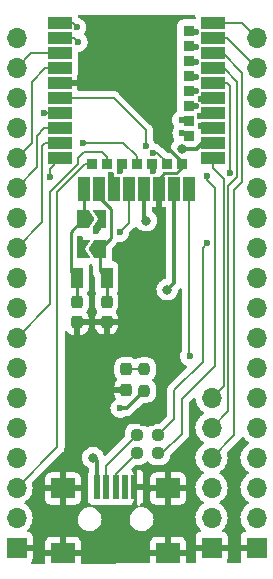
<source format=gtl>
G04 #@! TF.GenerationSoftware,KiCad,Pcbnew,(6.0.2)*
G04 #@! TF.CreationDate,2022-03-28T20:02:01+02:00*
G04 #@! TF.ProjectId,nRF52840,6e524635-3238-4343-902e-6b696361645f,rev?*
G04 #@! TF.SameCoordinates,Original*
G04 #@! TF.FileFunction,Copper,L1,Top*
G04 #@! TF.FilePolarity,Positive*
%FSLAX46Y46*%
G04 Gerber Fmt 4.6, Leading zero omitted, Abs format (unit mm)*
G04 Created by KiCad (PCBNEW (6.0.2)) date 2022-03-28 20:02:01*
%MOMM*%
%LPD*%
G01*
G04 APERTURE LIST*
G04 Aperture macros list*
%AMRoundRect*
0 Rectangle with rounded corners*
0 $1 Rounding radius*
0 $2 $3 $4 $5 $6 $7 $8 $9 X,Y pos of 4 corners*
0 Add a 4 corners polygon primitive as box body*
4,1,4,$2,$3,$4,$5,$6,$7,$8,$9,$2,$3,0*
0 Add four circle primitives for the rounded corners*
1,1,$1+$1,$2,$3*
1,1,$1+$1,$4,$5*
1,1,$1+$1,$6,$7*
1,1,$1+$1,$8,$9*
0 Add four rect primitives between the rounded corners*
20,1,$1+$1,$2,$3,$4,$5,0*
20,1,$1+$1,$4,$5,$6,$7,0*
20,1,$1+$1,$6,$7,$8,$9,0*
20,1,$1+$1,$8,$9,$2,$3,0*%
%AMFreePoly0*
4,1,6,1.000000,0.000000,0.500000,-0.750000,-0.500000,-0.750000,-0.500000,0.750000,0.500000,0.750000,1.000000,0.000000,1.000000,0.000000,$1*%
%AMFreePoly1*
4,1,6,0.500000,-0.750000,-0.650000,-0.750000,-0.150000,0.000000,-0.650000,0.750000,0.500000,0.750000,0.500000,-0.750000,0.500000,-0.750000,$1*%
G04 Aperture macros list end*
G04 #@! TA.AperFunction,SMDPad,CuDef*
%ADD10R,2.000000X1.000000*%
G04 #@! TD*
G04 #@! TA.AperFunction,SMDPad,CuDef*
%ADD11R,1.000000X2.000000*%
G04 #@! TD*
G04 #@! TA.AperFunction,SMDPad,CuDef*
%ADD12R,0.900000X0.900000*%
G04 #@! TD*
G04 #@! TA.AperFunction,SMDPad,CuDef*
%ADD13RoundRect,0.237500X0.237500X-0.300000X0.237500X0.300000X-0.237500X0.300000X-0.237500X-0.300000X0*%
G04 #@! TD*
G04 #@! TA.AperFunction,SMDPad,CuDef*
%ADD14FreePoly0,0.000000*%
G04 #@! TD*
G04 #@! TA.AperFunction,SMDPad,CuDef*
%ADD15FreePoly1,0.000000*%
G04 #@! TD*
G04 #@! TA.AperFunction,SMDPad,CuDef*
%ADD16RoundRect,0.237500X0.237500X-0.287500X0.237500X0.287500X-0.237500X0.287500X-0.237500X-0.287500X0*%
G04 #@! TD*
G04 #@! TA.AperFunction,SMDPad,CuDef*
%ADD17RoundRect,0.237500X0.237500X-0.250000X0.237500X0.250000X-0.237500X0.250000X-0.237500X-0.250000X0*%
G04 #@! TD*
G04 #@! TA.AperFunction,SMDPad,CuDef*
%ADD18R,0.500000X2.000000*%
G04 #@! TD*
G04 #@! TA.AperFunction,SMDPad,CuDef*
%ADD19R,2.000000X1.700000*%
G04 #@! TD*
G04 #@! TA.AperFunction,SMDPad,CuDef*
%ADD20RoundRect,0.237500X-0.250000X-0.237500X0.250000X-0.237500X0.250000X0.237500X-0.250000X0.237500X0*%
G04 #@! TD*
G04 #@! TA.AperFunction,SMDPad,CuDef*
%ADD21FreePoly0,180.000000*%
G04 #@! TD*
G04 #@! TA.AperFunction,SMDPad,CuDef*
%ADD22FreePoly1,180.000000*%
G04 #@! TD*
G04 #@! TA.AperFunction,SMDPad,CuDef*
%ADD23R,1.000000X1.800000*%
G04 #@! TD*
G04 #@! TA.AperFunction,ComponentPad*
%ADD24R,1.700000X1.700000*%
G04 #@! TD*
G04 #@! TA.AperFunction,ComponentPad*
%ADD25O,1.700000X1.700000*%
G04 #@! TD*
G04 #@! TA.AperFunction,ViaPad*
%ADD26C,0.600000*%
G04 #@! TD*
G04 #@! TA.AperFunction,ViaPad*
%ADD27C,0.800000*%
G04 #@! TD*
G04 #@! TA.AperFunction,Conductor*
%ADD28C,0.200000*%
G04 #@! TD*
G04 #@! TA.AperFunction,Conductor*
%ADD29C,0.350000*%
G04 #@! TD*
G04 #@! TA.AperFunction,Conductor*
%ADD30C,0.250000*%
G04 #@! TD*
G04 #@! TA.AperFunction,Conductor*
%ADD31C,0.300000*%
G04 #@! TD*
G04 APERTURE END LIST*
D10*
X139550000Y-70408000D03*
X139550000Y-71678000D03*
X139550000Y-72948000D03*
X139550000Y-74218000D03*
X139550000Y-75488000D03*
X139550000Y-76758000D03*
X139550000Y-78028000D03*
X139550000Y-79298000D03*
X139550000Y-80568000D03*
X139550000Y-81838000D03*
D11*
X141610000Y-84438000D03*
D12*
X142240000Y-82338000D03*
D11*
X142880000Y-84438000D03*
D12*
X143510000Y-82338000D03*
D11*
X144150000Y-84438000D03*
D12*
X144780000Y-82338000D03*
D11*
X145420000Y-84438000D03*
D12*
X146050000Y-82338000D03*
D11*
X146690000Y-84438000D03*
D12*
X147320000Y-82338000D03*
D11*
X147960000Y-84438000D03*
D12*
X148590000Y-82338000D03*
D11*
X149230000Y-84438000D03*
D12*
X149860000Y-82338000D03*
D11*
X150500000Y-84438000D03*
D10*
X152550000Y-81838000D03*
X152550000Y-80568000D03*
D12*
X150450000Y-79933000D03*
D10*
X152550000Y-79298000D03*
D12*
X150450000Y-78663000D03*
D10*
X152550000Y-78028000D03*
D12*
X150450000Y-77393000D03*
D10*
X152550000Y-76758000D03*
D12*
X150450000Y-76123000D03*
D10*
X152550000Y-75488000D03*
D12*
X150450000Y-74853000D03*
D10*
X152550000Y-74218000D03*
D12*
X150450000Y-73583000D03*
D10*
X152550000Y-72948000D03*
D12*
X150450000Y-72313000D03*
D10*
X152550000Y-71678000D03*
D12*
X150450000Y-71043000D03*
D10*
X152550000Y-70408000D03*
D13*
X143510000Y-95705000D03*
X143510000Y-93980000D03*
D14*
X141518000Y-86995000D03*
D15*
X142968000Y-86995000D03*
D13*
X141010000Y-95731500D03*
X141010000Y-94006500D03*
D16*
X145161000Y-101445000D03*
X145161000Y-99695000D03*
D17*
X146685000Y-101520000D03*
X146685000Y-99695000D03*
D18*
X142672000Y-109695000D03*
X143472000Y-109695000D03*
X144272000Y-109695000D03*
X145072000Y-109695000D03*
X145872000Y-109695000D03*
D19*
X148722000Y-109795000D03*
X148722000Y-115245000D03*
X139822000Y-115245000D03*
X139822000Y-109795000D03*
D20*
X146050000Y-105283000D03*
X147875000Y-105283000D03*
D21*
X142968000Y-89535000D03*
D22*
X141518000Y-89535000D03*
D23*
X143510000Y-91948000D03*
X141010000Y-91948000D03*
D24*
X152400000Y-114808000D03*
D25*
X152400000Y-112268000D03*
X152400000Y-109728000D03*
X152400000Y-107188000D03*
X152400000Y-104648000D03*
X152400000Y-102108000D03*
D20*
X146050000Y-106807000D03*
X147875000Y-106807000D03*
D24*
X156210000Y-114808000D03*
D25*
X156210000Y-112268000D03*
X156210000Y-109728000D03*
X156210000Y-107188000D03*
X156210000Y-104648000D03*
X156210000Y-102108000D03*
X156210000Y-99568000D03*
X156210000Y-97028000D03*
X156210000Y-94488000D03*
X156210000Y-91948000D03*
X156210000Y-89408000D03*
X156210000Y-86868000D03*
X156210000Y-84328000D03*
X156210000Y-81788000D03*
X156210000Y-79248000D03*
X156210000Y-76708000D03*
X156210000Y-74168000D03*
X156210000Y-71628000D03*
D24*
X135890000Y-114808000D03*
D25*
X135890000Y-112268000D03*
X135890000Y-109728000D03*
X135890000Y-107188000D03*
X135890000Y-104648000D03*
X135890000Y-102108000D03*
X135890000Y-99568000D03*
X135890000Y-97028000D03*
X135890000Y-94488000D03*
X135890000Y-91948000D03*
X135890000Y-89408000D03*
X135890000Y-86868000D03*
X135890000Y-84328000D03*
X135890000Y-81788000D03*
X135890000Y-79248000D03*
X135890000Y-76708000D03*
X135890000Y-74168000D03*
X135890000Y-71628000D03*
D26*
X148336000Y-78740000D03*
X147828000Y-79121000D03*
D27*
X149860000Y-81026000D03*
X142367000Y-107188000D03*
D26*
X141224000Y-75057000D03*
X143764000Y-70231000D03*
X145288000Y-70231000D03*
X142875000Y-104140000D03*
X148844000Y-70231000D03*
X139446000Y-108102400D03*
X147370800Y-108077000D03*
X150876000Y-102743000D03*
X143764000Y-101473000D03*
X142240000Y-70231000D03*
X138049000Y-115697000D03*
X150495000Y-114681000D03*
X146050000Y-94615000D03*
X142240000Y-96901000D03*
X146558000Y-104267000D03*
X147955000Y-101473000D03*
X145034000Y-90551000D03*
X145034000Y-94615000D03*
X138049000Y-114808000D03*
X141224000Y-75819000D03*
X147066000Y-70231000D03*
X147320000Y-104267000D03*
X150495000Y-115697000D03*
X144653000Y-102997000D03*
D27*
X148652500Y-92964000D03*
X146860667Y-87122000D03*
D26*
X142621000Y-88011000D03*
X141224000Y-88635500D03*
X151526139Y-79064683D03*
X152054500Y-89027000D03*
X151998941Y-83312000D03*
X151399502Y-78232000D03*
X143856290Y-83287500D03*
X144610089Y-88095089D03*
X150558508Y-98615492D03*
X138684000Y-83413600D03*
X138180299Y-77973701D03*
X146812000Y-80772000D03*
X141097000Y-72009000D03*
X140970000Y-70739000D03*
X151545386Y-76798036D03*
X153996991Y-83058000D03*
X144612616Y-82938498D03*
X141478000Y-80518000D03*
X147442922Y-82938791D03*
X147411500Y-81388498D03*
X149898164Y-79697374D03*
X149869061Y-78623569D03*
X151059609Y-77433036D03*
X151059609Y-76163036D03*
X151055194Y-74919670D03*
X151053013Y-73667936D03*
X151055194Y-72379670D03*
X151055194Y-71109670D03*
D28*
X138684000Y-83413600D02*
X138684000Y-82704000D01*
X135890000Y-97028000D02*
X138734800Y-94183200D01*
X138734800Y-94183200D02*
X138734800Y-84658200D01*
X138734800Y-84658200D02*
X141097000Y-82296000D01*
X141097000Y-81788000D02*
X141605000Y-81280000D01*
X141097000Y-82296000D02*
X141097000Y-81788000D01*
X141605000Y-81280000D02*
X143102000Y-81280000D01*
X143102000Y-81280000D02*
X143510000Y-81688000D01*
X143510000Y-81688000D02*
X143510000Y-82338000D01*
X142240000Y-82338000D02*
X141690000Y-82338000D01*
X141690000Y-82338000D02*
X139344400Y-84683600D01*
X139344400Y-84683600D02*
X139344400Y-106273600D01*
X139344400Y-106273600D02*
X135890000Y-109728000D01*
D29*
X151130000Y-81026000D02*
X149860000Y-81026000D01*
X142672000Y-109695000D02*
X142672000Y-107493000D01*
X152550000Y-80568000D02*
X151588000Y-80568000D01*
X151588000Y-80568000D02*
X151130000Y-81026000D01*
X142672000Y-107493000D02*
X142367000Y-107188000D01*
D30*
X147960000Y-83561000D02*
X147960000Y-84438000D01*
X149860000Y-82677000D02*
X149424489Y-83112511D01*
X149424489Y-83112511D02*
X148408489Y-83112511D01*
D29*
X148844000Y-81153000D02*
X149860000Y-82169000D01*
D30*
X148408489Y-83112511D02*
X147960000Y-83561000D01*
D29*
X149860000Y-82169000D02*
X149860000Y-82338000D01*
D30*
X149860000Y-82338000D02*
X149860000Y-82677000D01*
D31*
X144653000Y-102997000D02*
X145208000Y-102997000D01*
X145208000Y-102997000D02*
X146685000Y-101520000D01*
D30*
X142968000Y-89535000D02*
X143891000Y-88612000D01*
X143510000Y-91948000D02*
X142968000Y-91406000D01*
X142880000Y-85152511D02*
X142880000Y-84438000D01*
X142968000Y-91406000D02*
X142968000Y-89535000D01*
X143891000Y-88612000D02*
X143891000Y-86163511D01*
X143891000Y-86163511D02*
X142880000Y-85152511D01*
X143510000Y-93980000D02*
X143510000Y-91948000D01*
D28*
X143472000Y-107861000D02*
X146050000Y-105283000D01*
X143472000Y-109695000D02*
X143472000Y-107861000D01*
X144272000Y-109695000D02*
X144272000Y-108585000D01*
X144272000Y-108585000D02*
X146050000Y-106807000D01*
X152400000Y-107188000D02*
X154323520Y-105264480D01*
X153339000Y-72948000D02*
X154996011Y-74605011D01*
X154996011Y-74605011D02*
X154996010Y-83820996D01*
X152550000Y-72948000D02*
X153339000Y-72948000D01*
X154996010Y-83820996D02*
X154323520Y-84493486D01*
X154323520Y-84493486D02*
X154323520Y-104629480D01*
X154323520Y-105264480D02*
X154323520Y-104629480D01*
X153828040Y-103219960D02*
X153828040Y-102457960D01*
X153828040Y-84169960D02*
X154596502Y-83401498D01*
X152400000Y-104648000D02*
X153828040Y-103219960D01*
X154596502Y-75348502D02*
X153466000Y-74218000D01*
X153466000Y-74218000D02*
X152550000Y-74218000D01*
X153828040Y-84169960D02*
X153828040Y-102457960D01*
X154596502Y-83401498D02*
X154596502Y-75348502D01*
X153428520Y-101079480D02*
X153428520Y-100469520D01*
X153428520Y-83578520D02*
X152550000Y-82700000D01*
X152400000Y-102108000D02*
X153428520Y-101079480D01*
X153428520Y-100469520D02*
X153428520Y-83578520D01*
X152550000Y-82700000D02*
X152550000Y-81838000D01*
D31*
X149230000Y-92386500D02*
X148652500Y-92964000D01*
X149230000Y-84438000D02*
X149230000Y-92386500D01*
X146690000Y-86951333D02*
X146860667Y-87122000D01*
X146690000Y-84438000D02*
X146690000Y-86951333D01*
D30*
X142968000Y-86995000D02*
X142968000Y-87664000D01*
X142968000Y-87664000D02*
X142621000Y-88011000D01*
X141010000Y-94006500D02*
X141010000Y-91948000D01*
X141610000Y-86903000D02*
X141610000Y-84438000D01*
X141010000Y-91948000D02*
X140462000Y-91400000D01*
X140462000Y-88051000D02*
X141518000Y-86995000D01*
X141518000Y-86995000D02*
X141610000Y-86903000D01*
X140462000Y-91400000D02*
X140462000Y-88051000D01*
X141518000Y-88929500D02*
X141224000Y-88635500D01*
X141518000Y-89535000D02*
X141518000Y-88929500D01*
D28*
X151759456Y-79298000D02*
X151526139Y-79064683D01*
X151638000Y-99060000D02*
X151638000Y-89443500D01*
X149225000Y-103933000D02*
X149225000Y-101473000D01*
X147875000Y-105283000D02*
X149225000Y-103933000D01*
X151638000Y-89443500D02*
X152054500Y-89027000D01*
X152550000Y-79298000D02*
X151759456Y-79298000D01*
X149225000Y-101473000D02*
X151638000Y-99060000D01*
X148209000Y-106807000D02*
X149860000Y-105156000D01*
X152654000Y-84328000D02*
X151998941Y-83672941D01*
X151603502Y-78028000D02*
X151399502Y-78232000D01*
X151998941Y-83672941D02*
X151998941Y-83312000D01*
X152654000Y-99441000D02*
X152654000Y-84328000D01*
X152550000Y-78028000D02*
X151603502Y-78028000D01*
X149860000Y-105156000D02*
X149860000Y-102235000D01*
X147875000Y-106807000D02*
X148209000Y-106807000D01*
X149860000Y-102235000D02*
X152654000Y-99441000D01*
X144150000Y-83581210D02*
X143856290Y-83287500D01*
X144150000Y-84438000D02*
X144150000Y-83581210D01*
X145420000Y-84438000D02*
X145420000Y-87285178D01*
X145420000Y-87285178D02*
X144610089Y-88095089D01*
X150500000Y-84438000D02*
X150500000Y-98556984D01*
X150500000Y-98556984D02*
X150558508Y-98615492D01*
X139550000Y-81838000D02*
X138684000Y-82704000D01*
X139550000Y-80568000D02*
X138300000Y-80568000D01*
X138059040Y-87238960D02*
X135890000Y-89408000D01*
X138059040Y-80808960D02*
X138059040Y-87238960D01*
X138300000Y-80568000D02*
X138059040Y-80808960D01*
X139550000Y-79298000D02*
X138253000Y-79298000D01*
X137609520Y-79941480D02*
X137609520Y-82608480D01*
X138253000Y-79298000D02*
X137609520Y-79941480D01*
X137609520Y-82608480D02*
X135890000Y-84328000D01*
X138234598Y-78028000D02*
X138180299Y-77973701D01*
X139550000Y-78028000D02*
X138234598Y-78028000D01*
X139550000Y-76758000D02*
X144107500Y-76758000D01*
X146812000Y-80772000D02*
X146812000Y-79462500D01*
X144107500Y-76758000D02*
X146812000Y-79462500D01*
X137160000Y-80518000D02*
X135890000Y-81788000D01*
X139550000Y-74218000D02*
X138300000Y-74218000D01*
X138300000Y-74218000D02*
X137160000Y-75358000D01*
X137160000Y-75358000D02*
X137160000Y-80518000D01*
X137110000Y-72948000D02*
X135890000Y-74168000D01*
X139550000Y-72948000D02*
X137110000Y-72948000D01*
X139550000Y-71678000D02*
X140766000Y-71678000D01*
X140766000Y-71678000D02*
X141097000Y-72009000D01*
X140970000Y-70739000D02*
X140639000Y-70408000D01*
X140639000Y-70408000D02*
X139550000Y-70408000D01*
X152550000Y-76758000D02*
X151585422Y-76758000D01*
X151585422Y-76758000D02*
X151545386Y-76798036D01*
X152550000Y-75488000D02*
X153750000Y-75488000D01*
X153750000Y-75488000D02*
X153939000Y-75677000D01*
X153939000Y-75677000D02*
X153996991Y-75734991D01*
X153996991Y-75734991D02*
X153996991Y-83058000D01*
X153720000Y-71678000D02*
X156210000Y-74168000D01*
X152550000Y-71678000D02*
X153720000Y-71678000D01*
X152550000Y-70408000D02*
X154990000Y-70408000D01*
X154990000Y-70408000D02*
X156210000Y-71628000D01*
X144780000Y-82338000D02*
X144780000Y-82771114D01*
X144780000Y-82771114D02*
X144612616Y-82938498D01*
X141478000Y-80518000D02*
X144907000Y-80518000D01*
X146050000Y-81661000D02*
X144907000Y-80518000D01*
X146050000Y-82338000D02*
X146050000Y-81661000D01*
X147320000Y-82338000D02*
X147320000Y-82815869D01*
X147320000Y-82815869D02*
X147442922Y-82938791D01*
X147809498Y-81388498D02*
X147411500Y-81388498D01*
X147809498Y-81388498D02*
X148590000Y-82169000D01*
X148590000Y-82338000D02*
X148590000Y-82169000D01*
X150133790Y-79933000D02*
X149898164Y-79697374D01*
X150450000Y-79933000D02*
X150133790Y-79933000D01*
X149908492Y-78663000D02*
X149869061Y-78623569D01*
X150450000Y-78663000D02*
X149908492Y-78663000D01*
X151019573Y-77393000D02*
X151059609Y-77433036D01*
X150450000Y-77393000D02*
X151019573Y-77393000D01*
X151019573Y-76123000D02*
X151059609Y-76163036D01*
X150450000Y-76123000D02*
X151019573Y-76123000D01*
X150988524Y-74853000D02*
X151055194Y-74919670D01*
X150450000Y-74853000D02*
X150988524Y-74853000D01*
X150450000Y-73583000D02*
X150968077Y-73583000D01*
X150968077Y-73583000D02*
X151053013Y-73667936D01*
X150988524Y-72313000D02*
X151055194Y-72379670D01*
X150450000Y-72313000D02*
X150988524Y-72313000D01*
X150988524Y-71043000D02*
X151055194Y-71109670D01*
X150450000Y-71043000D02*
X150988524Y-71043000D01*
X146685000Y-99695000D02*
X145161000Y-99695000D01*
G04 #@! TA.AperFunction,Conductor*
G36*
X148156121Y-84204002D02*
G01*
X148202614Y-84257658D01*
X148214000Y-84310000D01*
X148214000Y-85927884D01*
X148218475Y-85943123D01*
X148219865Y-85944328D01*
X148227548Y-85945999D01*
X148445500Y-85945999D01*
X148513621Y-85966001D01*
X148560114Y-86019657D01*
X148571500Y-86071999D01*
X148571500Y-91950388D01*
X148551498Y-92018509D01*
X148497842Y-92065002D01*
X148471701Y-92073634D01*
X148370212Y-92095206D01*
X148364182Y-92097891D01*
X148364181Y-92097891D01*
X148201778Y-92170197D01*
X148201776Y-92170198D01*
X148195748Y-92172882D01*
X148041247Y-92285134D01*
X148036826Y-92290044D01*
X148036825Y-92290045D01*
X147992414Y-92339369D01*
X147913460Y-92427056D01*
X147859691Y-92520186D01*
X147832652Y-92567020D01*
X147817973Y-92592444D01*
X147758958Y-92774072D01*
X147738996Y-92964000D01*
X147739686Y-92970565D01*
X147757864Y-93143516D01*
X147758958Y-93153928D01*
X147817973Y-93335556D01*
X147913460Y-93500944D01*
X147917878Y-93505851D01*
X147917879Y-93505852D01*
X148033634Y-93634411D01*
X148041247Y-93642866D01*
X148195748Y-93755118D01*
X148201776Y-93757802D01*
X148201778Y-93757803D01*
X148319916Y-93810401D01*
X148370212Y-93832794D01*
X148444526Y-93848590D01*
X148550556Y-93871128D01*
X148550561Y-93871128D01*
X148557013Y-93872500D01*
X148747987Y-93872500D01*
X148754439Y-93871128D01*
X148754444Y-93871128D01*
X148860474Y-93848590D01*
X148934788Y-93832794D01*
X148985084Y-93810401D01*
X149103222Y-93757803D01*
X149103224Y-93757802D01*
X149109252Y-93755118D01*
X149263753Y-93642866D01*
X149271366Y-93634411D01*
X149387121Y-93505852D01*
X149387122Y-93505851D01*
X149391540Y-93500944D01*
X149487027Y-93335556D01*
X149546042Y-93153928D01*
X149559255Y-93028213D01*
X149586268Y-92962558D01*
X149595470Y-92952290D01*
X149637606Y-92910154D01*
X149646385Y-92902164D01*
X149653080Y-92897916D01*
X149673650Y-92876011D01*
X149734862Y-92840046D01*
X149805802Y-92842883D01*
X149863946Y-92883624D01*
X149890835Y-92949332D01*
X149891500Y-92962264D01*
X149891500Y-98120819D01*
X149871411Y-98189074D01*
X149829743Y-98253730D01*
X149827334Y-98260350D01*
X149827332Y-98260353D01*
X149770114Y-98417558D01*
X149767705Y-98424177D01*
X149744971Y-98604132D01*
X149762671Y-98784652D01*
X149819926Y-98956765D01*
X149823573Y-98962787D01*
X149823574Y-98962789D01*
X149904872Y-99097028D01*
X149913888Y-99111916D01*
X149918777Y-99116979D01*
X149918778Y-99116980D01*
X149981425Y-99181852D01*
X150039890Y-99242394D01*
X150191667Y-99341714D01*
X150229355Y-99355730D01*
X150286231Y-99398223D01*
X150311104Y-99464720D01*
X150296079Y-99534108D01*
X150274529Y-99562922D01*
X148828766Y-101008685D01*
X148816375Y-101019552D01*
X148791013Y-101039013D01*
X148766526Y-101070925D01*
X148766523Y-101070928D01*
X148693476Y-101166124D01*
X148632162Y-101314149D01*
X148632162Y-101314150D01*
X148616500Y-101433115D01*
X148616500Y-101433120D01*
X148611250Y-101473000D01*
X148612328Y-101481188D01*
X148615422Y-101504690D01*
X148616500Y-101521136D01*
X148616500Y-103628761D01*
X148596498Y-103696882D01*
X148579595Y-103717856D01*
X148034856Y-104262595D01*
X147972544Y-104296621D01*
X147945761Y-104299500D01*
X147575428Y-104299500D01*
X147572182Y-104299837D01*
X147572178Y-104299837D01*
X147478265Y-104309581D01*
X147478261Y-104309582D01*
X147471407Y-104310293D01*
X147464871Y-104312474D01*
X147464869Y-104312474D01*
X147332105Y-104356768D01*
X147306393Y-104365346D01*
X147158469Y-104456884D01*
X147153296Y-104462066D01*
X147051753Y-104563786D01*
X146989470Y-104597865D01*
X146918650Y-104592862D01*
X146873563Y-104563941D01*
X146770688Y-104461246D01*
X146770683Y-104461242D01*
X146765503Y-104456071D01*
X146724055Y-104430522D01*
X146623650Y-104368631D01*
X146623648Y-104368630D01*
X146617420Y-104364791D01*
X146452309Y-104310026D01*
X146445473Y-104309326D01*
X146445470Y-104309325D01*
X146393974Y-104304049D01*
X146349572Y-104299500D01*
X145750428Y-104299500D01*
X145747182Y-104299837D01*
X145747178Y-104299837D01*
X145653265Y-104309581D01*
X145653261Y-104309582D01*
X145646407Y-104310293D01*
X145639871Y-104312474D01*
X145639869Y-104312474D01*
X145507105Y-104356768D01*
X145481393Y-104365346D01*
X145333469Y-104456884D01*
X145328296Y-104462066D01*
X145215742Y-104574816D01*
X145215738Y-104574821D01*
X145210571Y-104579997D01*
X145206731Y-104586227D01*
X145206730Y-104586228D01*
X145170721Y-104644646D01*
X145119291Y-104728080D01*
X145064526Y-104893191D01*
X145063826Y-104900027D01*
X145063825Y-104900030D01*
X145060658Y-104930939D01*
X145054000Y-104995928D01*
X145054000Y-105366261D01*
X145033998Y-105434382D01*
X145017095Y-105455356D01*
X143458373Y-107014078D01*
X143396061Y-107048104D01*
X143325246Y-107043039D01*
X143268410Y-107000492D01*
X143249445Y-106963919D01*
X143203569Y-106822729D01*
X143201527Y-106816444D01*
X143106040Y-106651056D01*
X143009503Y-106543840D01*
X142982675Y-106514045D01*
X142982674Y-106514044D01*
X142978253Y-106509134D01*
X142823752Y-106396882D01*
X142817724Y-106394198D01*
X142817722Y-106394197D01*
X142655319Y-106321891D01*
X142655318Y-106321891D01*
X142649288Y-106319206D01*
X142555888Y-106299353D01*
X142468944Y-106280872D01*
X142468939Y-106280872D01*
X142462487Y-106279500D01*
X142271513Y-106279500D01*
X142265061Y-106280872D01*
X142265056Y-106280872D01*
X142178112Y-106299353D01*
X142084712Y-106319206D01*
X142078682Y-106321891D01*
X142078681Y-106321891D01*
X141916278Y-106394197D01*
X141916276Y-106394198D01*
X141910248Y-106396882D01*
X141755747Y-106509134D01*
X141751326Y-106514044D01*
X141751325Y-106514045D01*
X141724498Y-106543840D01*
X141627960Y-106651056D01*
X141532473Y-106816444D01*
X141473458Y-106998072D01*
X141453496Y-107188000D01*
X141454186Y-107194565D01*
X141471776Y-107361920D01*
X141473458Y-107377928D01*
X141532473Y-107559556D01*
X141535776Y-107565278D01*
X141535777Y-107565279D01*
X141556069Y-107600425D01*
X141627960Y-107724944D01*
X141755747Y-107866866D01*
X141910248Y-107979118D01*
X141916278Y-107981803D01*
X141922001Y-107985107D01*
X141921001Y-107986839D01*
X141967849Y-108026664D01*
X141988500Y-108095784D01*
X141988500Y-108387450D01*
X141973736Y-108445158D01*
X141971385Y-108448295D01*
X141920255Y-108584684D01*
X141913500Y-108646866D01*
X141913500Y-110743134D01*
X141920255Y-110805316D01*
X141971385Y-110941705D01*
X142058739Y-111058261D01*
X142175295Y-111145615D01*
X142183696Y-111148764D01*
X142185918Y-111149981D01*
X142236064Y-111200240D01*
X142251077Y-111269631D01*
X142226191Y-111336123D01*
X142169307Y-111378605D01*
X142125408Y-111386500D01*
X142022231Y-111386500D01*
X142019175Y-111386800D01*
X142019168Y-111386800D01*
X141960660Y-111392537D01*
X141875167Y-111400920D01*
X141869266Y-111402702D01*
X141869264Y-111402702D01*
X141797944Y-111424235D01*
X141685831Y-111458084D01*
X141511204Y-111550934D01*
X141451810Y-111599375D01*
X141362713Y-111672040D01*
X141362710Y-111672043D01*
X141357938Y-111675935D01*
X141354011Y-111680682D01*
X141354009Y-111680684D01*
X141235799Y-111823575D01*
X141235797Y-111823579D01*
X141231870Y-111828325D01*
X141137802Y-112002299D01*
X141079318Y-112191232D01*
X141078674Y-112197357D01*
X141078674Y-112197358D01*
X141064251Y-112334590D01*
X141058645Y-112387925D01*
X141076570Y-112584888D01*
X141078308Y-112590794D01*
X141078309Y-112590798D01*
X141101795Y-112670596D01*
X141132410Y-112774619D01*
X141135263Y-112780077D01*
X141135265Y-112780081D01*
X141182720Y-112870853D01*
X141224040Y-112949890D01*
X141347968Y-113104025D01*
X141352692Y-113107989D01*
X141359933Y-113114065D01*
X141499474Y-113231154D01*
X141504872Y-113234121D01*
X141504877Y-113234125D01*
X141597049Y-113284796D01*
X141672787Y-113326433D01*
X141678654Y-113328294D01*
X141678656Y-113328295D01*
X141855436Y-113384373D01*
X141861306Y-113386235D01*
X142015227Y-113403500D01*
X142121769Y-113403500D01*
X142124825Y-113403200D01*
X142124832Y-113403200D01*
X142183340Y-113397463D01*
X142268833Y-113389080D01*
X142274734Y-113387298D01*
X142274736Y-113387298D01*
X142384543Y-113354145D01*
X142458169Y-113331916D01*
X142632796Y-113239066D01*
X142745322Y-113147292D01*
X142781287Y-113117960D01*
X142781290Y-113117957D01*
X142786062Y-113114065D01*
X142819961Y-113073088D01*
X142908201Y-112966425D01*
X142908203Y-112966421D01*
X142912130Y-112961675D01*
X143006198Y-112787701D01*
X143064682Y-112598768D01*
X143085355Y-112402075D01*
X143084067Y-112387925D01*
X145458645Y-112387925D01*
X145476570Y-112584888D01*
X145478308Y-112590794D01*
X145478309Y-112590798D01*
X145501795Y-112670596D01*
X145532410Y-112774619D01*
X145535263Y-112780077D01*
X145535265Y-112780081D01*
X145582720Y-112870853D01*
X145624040Y-112949890D01*
X145747968Y-113104025D01*
X145752692Y-113107989D01*
X145759933Y-113114065D01*
X145899474Y-113231154D01*
X145904872Y-113234121D01*
X145904877Y-113234125D01*
X145997049Y-113284796D01*
X146072787Y-113326433D01*
X146078654Y-113328294D01*
X146078656Y-113328295D01*
X146255436Y-113384373D01*
X146261306Y-113386235D01*
X146415227Y-113403500D01*
X146521769Y-113403500D01*
X146524825Y-113403200D01*
X146524832Y-113403200D01*
X146583340Y-113397463D01*
X146668833Y-113389080D01*
X146674734Y-113387298D01*
X146674736Y-113387298D01*
X146784543Y-113354145D01*
X146858169Y-113331916D01*
X147032796Y-113239066D01*
X147145322Y-113147292D01*
X147181287Y-113117960D01*
X147181290Y-113117957D01*
X147186062Y-113114065D01*
X147219961Y-113073088D01*
X147308201Y-112966425D01*
X147308203Y-112966421D01*
X147312130Y-112961675D01*
X147406198Y-112787701D01*
X147464682Y-112598768D01*
X147485355Y-112402075D01*
X147477847Y-112319576D01*
X147467989Y-112211251D01*
X147467988Y-112211248D01*
X147467430Y-112205112D01*
X147411590Y-112015381D01*
X147401919Y-111996881D01*
X147322813Y-111845568D01*
X147319960Y-111840110D01*
X147196032Y-111685975D01*
X147189727Y-111680684D01*
X147127643Y-111628590D01*
X147044526Y-111558846D01*
X147039128Y-111555879D01*
X147039123Y-111555875D01*
X146876608Y-111466533D01*
X146876609Y-111466533D01*
X146871213Y-111463567D01*
X146865346Y-111461706D01*
X146865344Y-111461705D01*
X146688564Y-111405627D01*
X146688563Y-111405627D01*
X146682694Y-111403765D01*
X146528773Y-111386500D01*
X146422231Y-111386500D01*
X146422231Y-111386358D01*
X146354220Y-111369952D01*
X146305161Y-111318632D01*
X146291635Y-111248936D01*
X146317937Y-111182991D01*
X146356569Y-111150233D01*
X146375646Y-111139788D01*
X146477724Y-111063285D01*
X146490285Y-111050724D01*
X146566786Y-110948649D01*
X146575324Y-110933054D01*
X146620478Y-110812606D01*
X146624105Y-110797351D01*
X146629631Y-110746486D01*
X146630000Y-110739668D01*
X146630000Y-110689669D01*
X147214001Y-110689669D01*
X147214371Y-110696490D01*
X147219895Y-110747352D01*
X147223521Y-110762604D01*
X147268676Y-110883054D01*
X147277214Y-110898649D01*
X147353715Y-111000724D01*
X147366276Y-111013285D01*
X147468351Y-111089786D01*
X147483946Y-111098324D01*
X147604394Y-111143478D01*
X147619649Y-111147105D01*
X147670514Y-111152631D01*
X147677328Y-111153000D01*
X148449885Y-111153000D01*
X148465124Y-111148525D01*
X148466329Y-111147135D01*
X148468000Y-111139452D01*
X148468000Y-111134884D01*
X148976000Y-111134884D01*
X148980475Y-111150123D01*
X148981865Y-111151328D01*
X148989548Y-111152999D01*
X149766669Y-111152999D01*
X149773490Y-111152629D01*
X149824352Y-111147105D01*
X149839604Y-111143479D01*
X149960054Y-111098324D01*
X149975649Y-111089786D01*
X150077724Y-111013285D01*
X150090285Y-111000724D01*
X150166786Y-110898649D01*
X150175324Y-110883054D01*
X150220478Y-110762606D01*
X150224105Y-110747351D01*
X150229631Y-110696486D01*
X150230000Y-110689672D01*
X150230000Y-110067115D01*
X150225525Y-110051876D01*
X150224135Y-110050671D01*
X150216452Y-110049000D01*
X148994115Y-110049000D01*
X148978876Y-110053475D01*
X148977671Y-110054865D01*
X148976000Y-110062548D01*
X148976000Y-111134884D01*
X148468000Y-111134884D01*
X148468000Y-110067115D01*
X148463525Y-110051876D01*
X148462135Y-110050671D01*
X148454452Y-110049000D01*
X147232116Y-110049000D01*
X147216877Y-110053475D01*
X147215672Y-110054865D01*
X147214001Y-110062548D01*
X147214001Y-110689669D01*
X146630000Y-110689669D01*
X146630000Y-109963115D01*
X146625525Y-109947876D01*
X146624135Y-109946671D01*
X146616452Y-109945000D01*
X146140115Y-109945000D01*
X146124876Y-109949475D01*
X146123671Y-109950865D01*
X146122000Y-109958548D01*
X146122000Y-111184884D01*
X146126475Y-111200123D01*
X146132972Y-111205753D01*
X146185199Y-111234271D01*
X146219224Y-111296584D01*
X146214158Y-111367400D01*
X146171611Y-111424235D01*
X146132526Y-111443986D01*
X146085831Y-111458084D01*
X145911204Y-111550934D01*
X145851810Y-111599375D01*
X145762713Y-111672040D01*
X145762710Y-111672043D01*
X145757938Y-111675935D01*
X145754011Y-111680682D01*
X145754009Y-111680684D01*
X145635799Y-111823575D01*
X145635797Y-111823579D01*
X145631870Y-111828325D01*
X145537802Y-112002299D01*
X145479318Y-112191232D01*
X145478674Y-112197357D01*
X145478674Y-112197358D01*
X145464251Y-112334590D01*
X145458645Y-112387925D01*
X143084067Y-112387925D01*
X143077847Y-112319576D01*
X143067989Y-112211251D01*
X143067988Y-112211248D01*
X143067430Y-112205112D01*
X143011590Y-112015381D01*
X143001919Y-111996881D01*
X142922813Y-111845568D01*
X142919960Y-111840110D01*
X142796032Y-111685975D01*
X142789727Y-111680684D01*
X142727643Y-111628590D01*
X142644526Y-111558846D01*
X142639128Y-111555879D01*
X142639123Y-111555875D01*
X142476608Y-111466533D01*
X142476609Y-111466533D01*
X142471213Y-111463567D01*
X142465346Y-111461706D01*
X142465344Y-111461705D01*
X142427190Y-111449602D01*
X142368306Y-111409938D01*
X142340214Y-111344736D01*
X142351832Y-111274697D01*
X142399471Y-111222057D01*
X142465289Y-111203500D01*
X142970134Y-111203500D01*
X143032316Y-111196745D01*
X143039715Y-111193971D01*
X143042854Y-111193225D01*
X143101146Y-111193225D01*
X143104285Y-111193971D01*
X143111684Y-111196745D01*
X143173866Y-111203500D01*
X143770134Y-111203500D01*
X143832316Y-111196745D01*
X143839715Y-111193971D01*
X143842854Y-111193225D01*
X143901146Y-111193225D01*
X143904285Y-111193971D01*
X143911684Y-111196745D01*
X143973866Y-111203500D01*
X144570134Y-111203500D01*
X144632316Y-111196745D01*
X144639715Y-111193971D01*
X144642854Y-111193225D01*
X144701146Y-111193225D01*
X144704285Y-111193971D01*
X144711684Y-111196745D01*
X144773866Y-111203500D01*
X145370134Y-111203500D01*
X145432316Y-111196745D01*
X145439716Y-111193971D01*
X145443942Y-111192966D01*
X145502239Y-111192966D01*
X145519646Y-111197105D01*
X145570514Y-111202631D01*
X145577328Y-111203000D01*
X145603885Y-111203000D01*
X145619124Y-111198525D01*
X145620329Y-111197135D01*
X145622000Y-111189452D01*
X145622000Y-111168700D01*
X145642002Y-111100579D01*
X145672436Y-111067873D01*
X145678078Y-111063645D01*
X145678081Y-111063642D01*
X145685261Y-111058261D01*
X145690642Y-111051081D01*
X145690645Y-111051078D01*
X145738292Y-110987502D01*
X145772615Y-110941705D01*
X145823745Y-110805316D01*
X145830500Y-110743134D01*
X145830500Y-109522885D01*
X147214000Y-109522885D01*
X147218475Y-109538124D01*
X147219865Y-109539329D01*
X147227548Y-109541000D01*
X148449885Y-109541000D01*
X148465124Y-109536525D01*
X148466329Y-109535135D01*
X148468000Y-109527452D01*
X148468000Y-109522885D01*
X148976000Y-109522885D01*
X148980475Y-109538124D01*
X148981865Y-109539329D01*
X148989548Y-109541000D01*
X150211884Y-109541000D01*
X150227123Y-109536525D01*
X150228328Y-109535135D01*
X150229999Y-109527452D01*
X150229999Y-108900331D01*
X150229629Y-108893510D01*
X150224105Y-108842648D01*
X150220479Y-108827396D01*
X150175324Y-108706946D01*
X150166786Y-108691351D01*
X150090285Y-108589276D01*
X150077724Y-108576715D01*
X149975649Y-108500214D01*
X149960054Y-108491676D01*
X149839606Y-108446522D01*
X149824351Y-108442895D01*
X149773486Y-108437369D01*
X149766672Y-108437000D01*
X148994115Y-108437000D01*
X148978876Y-108441475D01*
X148977671Y-108442865D01*
X148976000Y-108450548D01*
X148976000Y-109522885D01*
X148468000Y-109522885D01*
X148468000Y-108455116D01*
X148463525Y-108439877D01*
X148462135Y-108438672D01*
X148454452Y-108437001D01*
X147677331Y-108437001D01*
X147670510Y-108437371D01*
X147619648Y-108442895D01*
X147604396Y-108446521D01*
X147483946Y-108491676D01*
X147468351Y-108500214D01*
X147366276Y-108576715D01*
X147353715Y-108589276D01*
X147277214Y-108691351D01*
X147268676Y-108706946D01*
X147223522Y-108827394D01*
X147219895Y-108842649D01*
X147214369Y-108893514D01*
X147214000Y-108900328D01*
X147214000Y-109522885D01*
X145830500Y-109522885D01*
X145830500Y-109426885D01*
X146122000Y-109426885D01*
X146126475Y-109442124D01*
X146127865Y-109443329D01*
X146135548Y-109445000D01*
X146611884Y-109445000D01*
X146627123Y-109440525D01*
X146628328Y-109439135D01*
X146629999Y-109431452D01*
X146629999Y-108650331D01*
X146629629Y-108643510D01*
X146624105Y-108592648D01*
X146620479Y-108577396D01*
X146575324Y-108456946D01*
X146566786Y-108441351D01*
X146490285Y-108339276D01*
X146477724Y-108326715D01*
X146375649Y-108250214D01*
X146360054Y-108241676D01*
X146239606Y-108196522D01*
X146224351Y-108192895D01*
X146173486Y-108187369D01*
X146166672Y-108187000D01*
X146140115Y-108187000D01*
X146124876Y-108191475D01*
X146123671Y-108192865D01*
X146122000Y-108200548D01*
X146122000Y-109426885D01*
X145830500Y-109426885D01*
X145830500Y-108646866D01*
X145823745Y-108584684D01*
X145772615Y-108448295D01*
X145724066Y-108383516D01*
X145690645Y-108338922D01*
X145690642Y-108338919D01*
X145685261Y-108331739D01*
X145678081Y-108326358D01*
X145678078Y-108326355D01*
X145672436Y-108322127D01*
X145629921Y-108265269D01*
X145622000Y-108221300D01*
X145622000Y-108205119D01*
X145618192Y-108192151D01*
X145618191Y-108121154D01*
X145649993Y-108067556D01*
X145890144Y-107827405D01*
X145952456Y-107793379D01*
X145979239Y-107790500D01*
X146349572Y-107790500D01*
X146352818Y-107790163D01*
X146352822Y-107790163D01*
X146446735Y-107780419D01*
X146446739Y-107780418D01*
X146453593Y-107779707D01*
X146460129Y-107777526D01*
X146460131Y-107777526D01*
X146603027Y-107729852D01*
X146618607Y-107724654D01*
X146766531Y-107633116D01*
X146820184Y-107579369D01*
X146873247Y-107526214D01*
X146935530Y-107492135D01*
X147006350Y-107497138D01*
X147051437Y-107526059D01*
X147154312Y-107628754D01*
X147154317Y-107628758D01*
X147159497Y-107633929D01*
X147165727Y-107637769D01*
X147165728Y-107637770D01*
X147297874Y-107719226D01*
X147307580Y-107725209D01*
X147472691Y-107779974D01*
X147479527Y-107780674D01*
X147479530Y-107780675D01*
X147531026Y-107785951D01*
X147575428Y-107790500D01*
X148174572Y-107790500D01*
X148177818Y-107790163D01*
X148177822Y-107790163D01*
X148271735Y-107780419D01*
X148271739Y-107780418D01*
X148278593Y-107779707D01*
X148285129Y-107777526D01*
X148285131Y-107777526D01*
X148428027Y-107729852D01*
X148443607Y-107724654D01*
X148591531Y-107633116D01*
X148633977Y-107590596D01*
X148709258Y-107515184D01*
X148709262Y-107515179D01*
X148714429Y-107510003D01*
X148735346Y-107476069D01*
X148801869Y-107368150D01*
X148801870Y-107368148D01*
X148805709Y-107361920D01*
X148860474Y-107196809D01*
X148871000Y-107094072D01*
X148871000Y-107057739D01*
X148891002Y-106989618D01*
X148907905Y-106968644D01*
X150256234Y-105620315D01*
X150268625Y-105609448D01*
X150287437Y-105595013D01*
X150293987Y-105589987D01*
X150318474Y-105558075D01*
X150318478Y-105558071D01*
X150391524Y-105462876D01*
X150452838Y-105314851D01*
X150454219Y-105304365D01*
X150472673Y-105164188D01*
X150473751Y-105156000D01*
X150469578Y-105124301D01*
X150468500Y-105107856D01*
X150468500Y-102539239D01*
X150488502Y-102471118D01*
X150505405Y-102450144D01*
X150830015Y-102125534D01*
X150892327Y-102091508D01*
X150963142Y-102096573D01*
X151019978Y-102139120D01*
X151044901Y-102207376D01*
X151050110Y-102297715D01*
X151051247Y-102302761D01*
X151051248Y-102302767D01*
X151062382Y-102352169D01*
X151099222Y-102515639D01*
X151183266Y-102722616D01*
X151299987Y-102913088D01*
X151446250Y-103081938D01*
X151618126Y-103224632D01*
X151688595Y-103265811D01*
X151691445Y-103267476D01*
X151740169Y-103319114D01*
X151753240Y-103388897D01*
X151726509Y-103454669D01*
X151686055Y-103488027D01*
X151673607Y-103494507D01*
X151669474Y-103497610D01*
X151669471Y-103497612D01*
X151499100Y-103625530D01*
X151494965Y-103628635D01*
X151444971Y-103680951D01*
X151388424Y-103740124D01*
X151340629Y-103790138D01*
X151337715Y-103794410D01*
X151337714Y-103794411D01*
X151315503Y-103826971D01*
X151214743Y-103974680D01*
X151120688Y-104177305D01*
X151060989Y-104392570D01*
X151037251Y-104614695D01*
X151037548Y-104619848D01*
X151037548Y-104619851D01*
X151049812Y-104832547D01*
X151050110Y-104837715D01*
X151051247Y-104842761D01*
X151051248Y-104842767D01*
X151062612Y-104893191D01*
X151099222Y-105055639D01*
X151183266Y-105262616D01*
X151208847Y-105304360D01*
X151246780Y-105366261D01*
X151299987Y-105453088D01*
X151446250Y-105621938D01*
X151618126Y-105764632D01*
X151688595Y-105805811D01*
X151691445Y-105807476D01*
X151740169Y-105859114D01*
X151753240Y-105928897D01*
X151726509Y-105994669D01*
X151686055Y-106028027D01*
X151673607Y-106034507D01*
X151669474Y-106037610D01*
X151669471Y-106037612D01*
X151499100Y-106165530D01*
X151494965Y-106168635D01*
X151340629Y-106330138D01*
X151214743Y-106514680D01*
X151120688Y-106717305D01*
X151060989Y-106932570D01*
X151037251Y-107154695D01*
X151037548Y-107159848D01*
X151037548Y-107159851D01*
X151048799Y-107354972D01*
X151050110Y-107377715D01*
X151051247Y-107382761D01*
X151051248Y-107382767D01*
X151053227Y-107391548D01*
X151099222Y-107595639D01*
X151183266Y-107802616D01*
X151185965Y-107807020D01*
X151296158Y-107986839D01*
X151299987Y-107993088D01*
X151446250Y-108161938D01*
X151618126Y-108304632D01*
X151655301Y-108326355D01*
X151691445Y-108347476D01*
X151740169Y-108399114D01*
X151753240Y-108468897D01*
X151726509Y-108534669D01*
X151686055Y-108568027D01*
X151673607Y-108574507D01*
X151669474Y-108577610D01*
X151669471Y-108577612D01*
X151517985Y-108691351D01*
X151494965Y-108708635D01*
X151340629Y-108870138D01*
X151214743Y-109054680D01*
X151120688Y-109257305D01*
X151060989Y-109472570D01*
X151037251Y-109694695D01*
X151037548Y-109699848D01*
X151037548Y-109699851D01*
X151043011Y-109794590D01*
X151050110Y-109917715D01*
X151051247Y-109922761D01*
X151051248Y-109922767D01*
X151059312Y-109958548D01*
X151099222Y-110135639D01*
X151183266Y-110342616D01*
X151299987Y-110533088D01*
X151446250Y-110701938D01*
X151618126Y-110844632D01*
X151683878Y-110883054D01*
X151691445Y-110887476D01*
X151740169Y-110939114D01*
X151753240Y-111008897D01*
X151726509Y-111074669D01*
X151686055Y-111108027D01*
X151673607Y-111114507D01*
X151669474Y-111117610D01*
X151669471Y-111117612D01*
X151514096Y-111234271D01*
X151494965Y-111248635D01*
X151491393Y-111252373D01*
X151363122Y-111386601D01*
X151340629Y-111410138D01*
X151214743Y-111594680D01*
X151120688Y-111797305D01*
X151060989Y-112012570D01*
X151037251Y-112234695D01*
X151037548Y-112239848D01*
X151037548Y-112239851D01*
X151043011Y-112334590D01*
X151050110Y-112457715D01*
X151051247Y-112462761D01*
X151051248Y-112462767D01*
X151071119Y-112550939D01*
X151099222Y-112675639D01*
X151183266Y-112882616D01*
X151299987Y-113073088D01*
X151446250Y-113241938D01*
X151450225Y-113245238D01*
X151450231Y-113245244D01*
X151455425Y-113249556D01*
X151495059Y-113308460D01*
X151496555Y-113379441D01*
X151459439Y-113439962D01*
X151419168Y-113464480D01*
X151311946Y-113504676D01*
X151296351Y-113513214D01*
X151194276Y-113589715D01*
X151181715Y-113602276D01*
X151105214Y-113704351D01*
X151096676Y-113719946D01*
X151051522Y-113840394D01*
X151047895Y-113855649D01*
X151042369Y-113906514D01*
X151042000Y-113913328D01*
X151042000Y-114535885D01*
X151046475Y-114551124D01*
X151047865Y-114552329D01*
X151055548Y-114554000D01*
X153739884Y-114554000D01*
X153755123Y-114549525D01*
X153756328Y-114548135D01*
X153757999Y-114540452D01*
X153757999Y-113913331D01*
X153757629Y-113906510D01*
X153752105Y-113855648D01*
X153748479Y-113840396D01*
X153703324Y-113719946D01*
X153694786Y-113704351D01*
X153618285Y-113602276D01*
X153605724Y-113589715D01*
X153503649Y-113513214D01*
X153488054Y-113504676D01*
X153377813Y-113463348D01*
X153321049Y-113420706D01*
X153296349Y-113354145D01*
X153311557Y-113284796D01*
X153333104Y-113256115D01*
X153434430Y-113155144D01*
X153434440Y-113155132D01*
X153438096Y-113151489D01*
X153497594Y-113068689D01*
X153565435Y-112974277D01*
X153568453Y-112970077D01*
X153581128Y-112944432D01*
X153665136Y-112774453D01*
X153665137Y-112774451D01*
X153667430Y-112769811D01*
X153721258Y-112592642D01*
X153730865Y-112561023D01*
X153730865Y-112561021D01*
X153732370Y-112556069D01*
X153761529Y-112334590D01*
X153763156Y-112268000D01*
X153744852Y-112045361D01*
X153690431Y-111828702D01*
X153601354Y-111623840D01*
X153552317Y-111548041D01*
X153482822Y-111440617D01*
X153482820Y-111440614D01*
X153480014Y-111436277D01*
X153329670Y-111271051D01*
X153325619Y-111267852D01*
X153325615Y-111267848D01*
X153158414Y-111135800D01*
X153158410Y-111135798D01*
X153154359Y-111132598D01*
X153113053Y-111109796D01*
X153063084Y-111059364D01*
X153048312Y-110989921D01*
X153073428Y-110923516D01*
X153100780Y-110896909D01*
X153144603Y-110865650D01*
X153279860Y-110769173D01*
X153301758Y-110747352D01*
X153434435Y-110615137D01*
X153438096Y-110611489D01*
X153497594Y-110528689D01*
X153565435Y-110434277D01*
X153568453Y-110430077D01*
X153667430Y-110229811D01*
X153732370Y-110016069D01*
X153761529Y-109794590D01*
X153763156Y-109728000D01*
X153744852Y-109505361D01*
X153690431Y-109288702D01*
X153601354Y-109083840D01*
X153480014Y-108896277D01*
X153329670Y-108731051D01*
X153325619Y-108727852D01*
X153325615Y-108727848D01*
X153158414Y-108595800D01*
X153158410Y-108595798D01*
X153154359Y-108592598D01*
X153113053Y-108569796D01*
X153063084Y-108519364D01*
X153048312Y-108449921D01*
X153073428Y-108383516D01*
X153100780Y-108356909D01*
X153149543Y-108322127D01*
X153279860Y-108229173D01*
X153438096Y-108071489D01*
X153497594Y-107988689D01*
X153565435Y-107894277D01*
X153568453Y-107890077D01*
X153578006Y-107870749D01*
X153665136Y-107694453D01*
X153665137Y-107694451D01*
X153667430Y-107689811D01*
X153732370Y-107476069D01*
X153761529Y-107254590D01*
X153762634Y-107209359D01*
X153763074Y-107191365D01*
X153763074Y-107191361D01*
X153763156Y-107188000D01*
X153744852Y-106965361D01*
X153709723Y-106825508D01*
X153712527Y-106754567D01*
X153742832Y-106705717D01*
X154719754Y-105728795D01*
X154732145Y-105717928D01*
X154750957Y-105703493D01*
X154757507Y-105698467D01*
X154781994Y-105666555D01*
X154782000Y-105666549D01*
X154850016Y-105577909D01*
X154850017Y-105577907D01*
X154855044Y-105571356D01*
X154892908Y-105479945D01*
X154937457Y-105424664D01*
X155004820Y-105402243D01*
X155073611Y-105419801D01*
X155109633Y-105452510D01*
X155109987Y-105453088D01*
X155256250Y-105621938D01*
X155428126Y-105764632D01*
X155498595Y-105805811D01*
X155501445Y-105807476D01*
X155550169Y-105859114D01*
X155563240Y-105928897D01*
X155536509Y-105994669D01*
X155496055Y-106028027D01*
X155483607Y-106034507D01*
X155479474Y-106037610D01*
X155479471Y-106037612D01*
X155309100Y-106165530D01*
X155304965Y-106168635D01*
X155150629Y-106330138D01*
X155024743Y-106514680D01*
X154930688Y-106717305D01*
X154870989Y-106932570D01*
X154847251Y-107154695D01*
X154847548Y-107159848D01*
X154847548Y-107159851D01*
X154858799Y-107354972D01*
X154860110Y-107377715D01*
X154861247Y-107382761D01*
X154861248Y-107382767D01*
X154863227Y-107391548D01*
X154909222Y-107595639D01*
X154993266Y-107802616D01*
X154995965Y-107807020D01*
X155106158Y-107986839D01*
X155109987Y-107993088D01*
X155256250Y-108161938D01*
X155428126Y-108304632D01*
X155465301Y-108326355D01*
X155501445Y-108347476D01*
X155550169Y-108399114D01*
X155563240Y-108468897D01*
X155536509Y-108534669D01*
X155496055Y-108568027D01*
X155483607Y-108574507D01*
X155479474Y-108577610D01*
X155479471Y-108577612D01*
X155327985Y-108691351D01*
X155304965Y-108708635D01*
X155150629Y-108870138D01*
X155024743Y-109054680D01*
X154930688Y-109257305D01*
X154870989Y-109472570D01*
X154847251Y-109694695D01*
X154847548Y-109699848D01*
X154847548Y-109699851D01*
X154853011Y-109794590D01*
X154860110Y-109917715D01*
X154861247Y-109922761D01*
X154861248Y-109922767D01*
X154869312Y-109958548D01*
X154909222Y-110135639D01*
X154993266Y-110342616D01*
X155109987Y-110533088D01*
X155256250Y-110701938D01*
X155428126Y-110844632D01*
X155493878Y-110883054D01*
X155501445Y-110887476D01*
X155550169Y-110939114D01*
X155563240Y-111008897D01*
X155536509Y-111074669D01*
X155496055Y-111108027D01*
X155483607Y-111114507D01*
X155479474Y-111117610D01*
X155479471Y-111117612D01*
X155324096Y-111234271D01*
X155304965Y-111248635D01*
X155301393Y-111252373D01*
X155173122Y-111386601D01*
X155150629Y-111410138D01*
X155024743Y-111594680D01*
X154930688Y-111797305D01*
X154870989Y-112012570D01*
X154847251Y-112234695D01*
X154847548Y-112239848D01*
X154847548Y-112239851D01*
X154853011Y-112334590D01*
X154860110Y-112457715D01*
X154861247Y-112462761D01*
X154861248Y-112462767D01*
X154881119Y-112550939D01*
X154909222Y-112675639D01*
X154993266Y-112882616D01*
X155109987Y-113073088D01*
X155256250Y-113241938D01*
X155260225Y-113245238D01*
X155260231Y-113245244D01*
X155265425Y-113249556D01*
X155305059Y-113308460D01*
X155306555Y-113379441D01*
X155269439Y-113439962D01*
X155229168Y-113464480D01*
X155121946Y-113504676D01*
X155106351Y-113513214D01*
X155004276Y-113589715D01*
X154991715Y-113602276D01*
X154915214Y-113704351D01*
X154906676Y-113719946D01*
X154861522Y-113840394D01*
X154857895Y-113855649D01*
X154852369Y-113906514D01*
X154852000Y-113913328D01*
X154852000Y-114535885D01*
X154856475Y-114551124D01*
X154857865Y-114552329D01*
X154865548Y-114554000D01*
X156338000Y-114554000D01*
X156406121Y-114574002D01*
X156452614Y-114627658D01*
X156464000Y-114680000D01*
X156464000Y-114936000D01*
X156443998Y-115004121D01*
X156390342Y-115050614D01*
X156338000Y-115062000D01*
X154870116Y-115062000D01*
X154854877Y-115066475D01*
X154853672Y-115067865D01*
X154852001Y-115075548D01*
X154852001Y-115702669D01*
X154852371Y-115709490D01*
X154857895Y-115760352D01*
X154861521Y-115775604D01*
X154906678Y-115896059D01*
X154912319Y-115906363D01*
X154927487Y-115975720D01*
X154902749Y-116042268D01*
X154845961Y-116084877D01*
X154802501Y-116092867D01*
X154047454Y-116097062D01*
X153805870Y-116098404D01*
X153737639Y-116078781D01*
X153690849Y-116025384D01*
X153680355Y-115955167D01*
X153694651Y-115911894D01*
X153703325Y-115896053D01*
X153748478Y-115775606D01*
X153752105Y-115760351D01*
X153757631Y-115709486D01*
X153758000Y-115702672D01*
X153758000Y-115080115D01*
X153753525Y-115064876D01*
X153752135Y-115063671D01*
X153744452Y-115062000D01*
X151060116Y-115062000D01*
X151044877Y-115066475D01*
X151043672Y-115067865D01*
X151042001Y-115075548D01*
X151042001Y-115702669D01*
X151042371Y-115709490D01*
X151047895Y-115760352D01*
X151051521Y-115775604D01*
X151096676Y-115896054D01*
X151105215Y-115911650D01*
X151105774Y-115912396D01*
X151106098Y-115913263D01*
X151109522Y-115919517D01*
X151108619Y-115920011D01*
X151130624Y-115978901D01*
X151115573Y-116048284D01*
X151065399Y-116098516D01*
X151005651Y-116113961D01*
X150587932Y-116116281D01*
X150356700Y-116117566D01*
X150288469Y-116097943D01*
X150241679Y-116044546D01*
X150230000Y-115991568D01*
X150230000Y-115517115D01*
X150225525Y-115501876D01*
X150224135Y-115500671D01*
X150216452Y-115499000D01*
X147232116Y-115499000D01*
X147216877Y-115503475D01*
X147215672Y-115504865D01*
X147214001Y-115512548D01*
X147214001Y-116009723D01*
X147193999Y-116077844D01*
X147140343Y-116124337D01*
X147088701Y-116135721D01*
X141456700Y-116167010D01*
X141388469Y-116147387D01*
X141341679Y-116093990D01*
X141330000Y-116041012D01*
X141330000Y-115517115D01*
X141325525Y-115501876D01*
X141324135Y-115500671D01*
X141316452Y-115499000D01*
X138332116Y-115499000D01*
X138316877Y-115503475D01*
X138315672Y-115504865D01*
X138314001Y-115512548D01*
X138314001Y-116059167D01*
X138293999Y-116127288D01*
X138240343Y-116173781D01*
X138188701Y-116185165D01*
X137228388Y-116190500D01*
X137160157Y-116170877D01*
X137113367Y-116117480D01*
X137102873Y-116047263D01*
X137126862Y-115988937D01*
X137184786Y-115911649D01*
X137193324Y-115896054D01*
X137238478Y-115775606D01*
X137242105Y-115760351D01*
X137247631Y-115709486D01*
X137248000Y-115702672D01*
X137248000Y-115080115D01*
X137243525Y-115064876D01*
X137242135Y-115063671D01*
X137234452Y-115062000D01*
X135762000Y-115062000D01*
X135693879Y-115041998D01*
X135647386Y-114988342D01*
X135644024Y-114972885D01*
X138314000Y-114972885D01*
X138318475Y-114988124D01*
X138319865Y-114989329D01*
X138327548Y-114991000D01*
X139549885Y-114991000D01*
X139565124Y-114986525D01*
X139566329Y-114985135D01*
X139568000Y-114977452D01*
X139568000Y-114972885D01*
X140076000Y-114972885D01*
X140080475Y-114988124D01*
X140081865Y-114989329D01*
X140089548Y-114991000D01*
X141311884Y-114991000D01*
X141327123Y-114986525D01*
X141328328Y-114985135D01*
X141329999Y-114977452D01*
X141329999Y-114972885D01*
X147214000Y-114972885D01*
X147218475Y-114988124D01*
X147219865Y-114989329D01*
X147227548Y-114991000D01*
X148449885Y-114991000D01*
X148465124Y-114986525D01*
X148466329Y-114985135D01*
X148468000Y-114977452D01*
X148468000Y-114972885D01*
X148976000Y-114972885D01*
X148980475Y-114988124D01*
X148981865Y-114989329D01*
X148989548Y-114991000D01*
X150211884Y-114991000D01*
X150227123Y-114986525D01*
X150228328Y-114985135D01*
X150229999Y-114977452D01*
X150229999Y-114350331D01*
X150229629Y-114343510D01*
X150224105Y-114292648D01*
X150220479Y-114277396D01*
X150175324Y-114156946D01*
X150166786Y-114141351D01*
X150090285Y-114039276D01*
X150077724Y-114026715D01*
X149975649Y-113950214D01*
X149960054Y-113941676D01*
X149839606Y-113896522D01*
X149824351Y-113892895D01*
X149773486Y-113887369D01*
X149766672Y-113887000D01*
X148994115Y-113887000D01*
X148978876Y-113891475D01*
X148977671Y-113892865D01*
X148976000Y-113900548D01*
X148976000Y-114972885D01*
X148468000Y-114972885D01*
X148468000Y-113905116D01*
X148463525Y-113889877D01*
X148462135Y-113888672D01*
X148454452Y-113887001D01*
X147677331Y-113887001D01*
X147670510Y-113887371D01*
X147619648Y-113892895D01*
X147604396Y-113896521D01*
X147483946Y-113941676D01*
X147468351Y-113950214D01*
X147366276Y-114026715D01*
X147353715Y-114039276D01*
X147277214Y-114141351D01*
X147268676Y-114156946D01*
X147223522Y-114277394D01*
X147219895Y-114292649D01*
X147214369Y-114343514D01*
X147214000Y-114350328D01*
X147214000Y-114972885D01*
X141329999Y-114972885D01*
X141329999Y-114350331D01*
X141329629Y-114343510D01*
X141324105Y-114292648D01*
X141320479Y-114277396D01*
X141275324Y-114156946D01*
X141266786Y-114141351D01*
X141190285Y-114039276D01*
X141177724Y-114026715D01*
X141075649Y-113950214D01*
X141060054Y-113941676D01*
X140939606Y-113896522D01*
X140924351Y-113892895D01*
X140873486Y-113887369D01*
X140866672Y-113887000D01*
X140094115Y-113887000D01*
X140078876Y-113891475D01*
X140077671Y-113892865D01*
X140076000Y-113900548D01*
X140076000Y-114972885D01*
X139568000Y-114972885D01*
X139568000Y-113905116D01*
X139563525Y-113889877D01*
X139562135Y-113888672D01*
X139554452Y-113887001D01*
X138777331Y-113887001D01*
X138770510Y-113887371D01*
X138719648Y-113892895D01*
X138704396Y-113896521D01*
X138583946Y-113941676D01*
X138568351Y-113950214D01*
X138466276Y-114026715D01*
X138453715Y-114039276D01*
X138377214Y-114141351D01*
X138368676Y-114156946D01*
X138323522Y-114277394D01*
X138319895Y-114292649D01*
X138314369Y-114343514D01*
X138314000Y-114350328D01*
X138314000Y-114972885D01*
X135644024Y-114972885D01*
X135636000Y-114936000D01*
X135636000Y-114680000D01*
X135656002Y-114611879D01*
X135709658Y-114565386D01*
X135762000Y-114554000D01*
X137229884Y-114554000D01*
X137245123Y-114549525D01*
X137246328Y-114548135D01*
X137247999Y-114540452D01*
X137247999Y-113913331D01*
X137247629Y-113906510D01*
X137242105Y-113855648D01*
X137238479Y-113840396D01*
X137193324Y-113719946D01*
X137184786Y-113704351D01*
X137108285Y-113602276D01*
X137095724Y-113589715D01*
X136993649Y-113513214D01*
X136978054Y-113504676D01*
X136867813Y-113463348D01*
X136811049Y-113420706D01*
X136786349Y-113354145D01*
X136801557Y-113284796D01*
X136823104Y-113256115D01*
X136924430Y-113155144D01*
X136924440Y-113155132D01*
X136928096Y-113151489D01*
X136987594Y-113068689D01*
X137055435Y-112974277D01*
X137058453Y-112970077D01*
X137071128Y-112944432D01*
X137155136Y-112774453D01*
X137155137Y-112774451D01*
X137157430Y-112769811D01*
X137211258Y-112592642D01*
X137220865Y-112561023D01*
X137220865Y-112561021D01*
X137222370Y-112556069D01*
X137251529Y-112334590D01*
X137253156Y-112268000D01*
X137234852Y-112045361D01*
X137180431Y-111828702D01*
X137091354Y-111623840D01*
X137042317Y-111548041D01*
X136972822Y-111440617D01*
X136972820Y-111440614D01*
X136970014Y-111436277D01*
X136819670Y-111271051D01*
X136815619Y-111267852D01*
X136815615Y-111267848D01*
X136648414Y-111135800D01*
X136648410Y-111135798D01*
X136644359Y-111132598D01*
X136603053Y-111109796D01*
X136553084Y-111059364D01*
X136538312Y-110989921D01*
X136563428Y-110923516D01*
X136590780Y-110896909D01*
X136634603Y-110865650D01*
X136769860Y-110769173D01*
X136791758Y-110747352D01*
X136849643Y-110689669D01*
X138314001Y-110689669D01*
X138314371Y-110696490D01*
X138319895Y-110747352D01*
X138323521Y-110762604D01*
X138368676Y-110883054D01*
X138377214Y-110898649D01*
X138453715Y-111000724D01*
X138466276Y-111013285D01*
X138568351Y-111089786D01*
X138583946Y-111098324D01*
X138704394Y-111143478D01*
X138719649Y-111147105D01*
X138770514Y-111152631D01*
X138777328Y-111153000D01*
X139549885Y-111153000D01*
X139565124Y-111148525D01*
X139566329Y-111147135D01*
X139568000Y-111139452D01*
X139568000Y-111134884D01*
X140076000Y-111134884D01*
X140080475Y-111150123D01*
X140081865Y-111151328D01*
X140089548Y-111152999D01*
X140866669Y-111152999D01*
X140873490Y-111152629D01*
X140924352Y-111147105D01*
X140939604Y-111143479D01*
X141060054Y-111098324D01*
X141075649Y-111089786D01*
X141177724Y-111013285D01*
X141190285Y-111000724D01*
X141266786Y-110898649D01*
X141275324Y-110883054D01*
X141320478Y-110762606D01*
X141324105Y-110747351D01*
X141329631Y-110696486D01*
X141330000Y-110689672D01*
X141330000Y-110067115D01*
X141325525Y-110051876D01*
X141324135Y-110050671D01*
X141316452Y-110049000D01*
X140094115Y-110049000D01*
X140078876Y-110053475D01*
X140077671Y-110054865D01*
X140076000Y-110062548D01*
X140076000Y-111134884D01*
X139568000Y-111134884D01*
X139568000Y-110067115D01*
X139563525Y-110051876D01*
X139562135Y-110050671D01*
X139554452Y-110049000D01*
X138332116Y-110049000D01*
X138316877Y-110053475D01*
X138315672Y-110054865D01*
X138314001Y-110062548D01*
X138314001Y-110689669D01*
X136849643Y-110689669D01*
X136924435Y-110615137D01*
X136928096Y-110611489D01*
X136987594Y-110528689D01*
X137055435Y-110434277D01*
X137058453Y-110430077D01*
X137157430Y-110229811D01*
X137222370Y-110016069D01*
X137251529Y-109794590D01*
X137253156Y-109728000D01*
X137236293Y-109522885D01*
X138314000Y-109522885D01*
X138318475Y-109538124D01*
X138319865Y-109539329D01*
X138327548Y-109541000D01*
X139549885Y-109541000D01*
X139565124Y-109536525D01*
X139566329Y-109535135D01*
X139568000Y-109527452D01*
X139568000Y-109522885D01*
X140076000Y-109522885D01*
X140080475Y-109538124D01*
X140081865Y-109539329D01*
X140089548Y-109541000D01*
X141311884Y-109541000D01*
X141327123Y-109536525D01*
X141328328Y-109535135D01*
X141329999Y-109527452D01*
X141329999Y-108900331D01*
X141329629Y-108893510D01*
X141324105Y-108842648D01*
X141320479Y-108827396D01*
X141275324Y-108706946D01*
X141266786Y-108691351D01*
X141190285Y-108589276D01*
X141177724Y-108576715D01*
X141075649Y-108500214D01*
X141060054Y-108491676D01*
X140939606Y-108446522D01*
X140924351Y-108442895D01*
X140873486Y-108437369D01*
X140866672Y-108437000D01*
X140094115Y-108437000D01*
X140078876Y-108441475D01*
X140077671Y-108442865D01*
X140076000Y-108450548D01*
X140076000Y-109522885D01*
X139568000Y-109522885D01*
X139568000Y-108455116D01*
X139563525Y-108439877D01*
X139562135Y-108438672D01*
X139554452Y-108437001D01*
X138777331Y-108437001D01*
X138770510Y-108437371D01*
X138719648Y-108442895D01*
X138704396Y-108446521D01*
X138583946Y-108491676D01*
X138568351Y-108500214D01*
X138466276Y-108576715D01*
X138453715Y-108589276D01*
X138377214Y-108691351D01*
X138368676Y-108706946D01*
X138323522Y-108827394D01*
X138319895Y-108842649D01*
X138314369Y-108893514D01*
X138314000Y-108900328D01*
X138314000Y-109522885D01*
X137236293Y-109522885D01*
X137234852Y-109505361D01*
X137199723Y-109365508D01*
X137202527Y-109294567D01*
X137232832Y-109245717D01*
X139740634Y-106737915D01*
X139753025Y-106727048D01*
X139771837Y-106712613D01*
X139778387Y-106707587D01*
X139802874Y-106675675D01*
X139802877Y-106675672D01*
X139875923Y-106580476D01*
X139875924Y-106580475D01*
X139901233Y-106519375D01*
X139934078Y-106440079D01*
X139937238Y-106432450D01*
X139952900Y-106313485D01*
X139952900Y-106313478D01*
X139958150Y-106273600D01*
X139953978Y-106241907D01*
X139952900Y-106225464D01*
X139952900Y-102985640D01*
X143839463Y-102985640D01*
X143857163Y-103166160D01*
X143914418Y-103338273D01*
X143918065Y-103344295D01*
X143918066Y-103344297D01*
X144003582Y-103485501D01*
X144008380Y-103493424D01*
X144013269Y-103498487D01*
X144013270Y-103498488D01*
X144024488Y-103510104D01*
X144134382Y-103623902D01*
X144186165Y-103657788D01*
X144258249Y-103704958D01*
X144286159Y-103723222D01*
X144292763Y-103725678D01*
X144292765Y-103725679D01*
X144449558Y-103783990D01*
X144449560Y-103783990D01*
X144456168Y-103786448D01*
X144539995Y-103797633D01*
X144628980Y-103809507D01*
X144628984Y-103809507D01*
X144635961Y-103810438D01*
X144642972Y-103809800D01*
X144642976Y-103809800D01*
X144785459Y-103796832D01*
X144816600Y-103793998D01*
X144823302Y-103791820D01*
X144823304Y-103791820D01*
X144982409Y-103740124D01*
X144982412Y-103740123D01*
X144989108Y-103737947D01*
X144995159Y-103734340D01*
X145094364Y-103675202D01*
X145154923Y-103657493D01*
X145216369Y-103655562D01*
X145220327Y-103655500D01*
X145249432Y-103655500D01*
X145253832Y-103654944D01*
X145265664Y-103654012D01*
X145311831Y-103652562D01*
X145332421Y-103646580D01*
X145351782Y-103642570D01*
X145358770Y-103641688D01*
X145365204Y-103640875D01*
X145365205Y-103640875D01*
X145373064Y-103639882D01*
X145380429Y-103636966D01*
X145380433Y-103636965D01*
X145416021Y-103622874D01*
X145427231Y-103619035D01*
X145471600Y-103606145D01*
X145490065Y-103595225D01*
X145507805Y-103586534D01*
X145527756Y-103578635D01*
X145565129Y-103551482D01*
X145575048Y-103544967D01*
X145607977Y-103525493D01*
X145607981Y-103525490D01*
X145614807Y-103521453D01*
X145629971Y-103506289D01*
X145645005Y-103493448D01*
X145655943Y-103485501D01*
X145662357Y-103480841D01*
X145691798Y-103445253D01*
X145699787Y-103436473D01*
X146141123Y-102995137D01*
X146583354Y-102552905D01*
X146645667Y-102518880D01*
X146672450Y-102516000D01*
X146972072Y-102516000D01*
X146975318Y-102515663D01*
X146975322Y-102515663D01*
X147069235Y-102505919D01*
X147069239Y-102505918D01*
X147076093Y-102505207D01*
X147082629Y-102503026D01*
X147082631Y-102503026D01*
X147234159Y-102452472D01*
X147241107Y-102450154D01*
X147389031Y-102358616D01*
X147395467Y-102352169D01*
X147506758Y-102240684D01*
X147506762Y-102240679D01*
X147511929Y-102235503D01*
X147532356Y-102202364D01*
X147599369Y-102093650D01*
X147599370Y-102093648D01*
X147603209Y-102087420D01*
X147657974Y-101922309D01*
X147660303Y-101899584D01*
X147668172Y-101822771D01*
X147668500Y-101819572D01*
X147668500Y-101220428D01*
X147665447Y-101191000D01*
X147658419Y-101123265D01*
X147658418Y-101123261D01*
X147657707Y-101116407D01*
X147654852Y-101107848D01*
X147604972Y-100958341D01*
X147602654Y-100951393D01*
X147511116Y-100803469D01*
X147497693Y-100790069D01*
X147404214Y-100696753D01*
X147370135Y-100634470D01*
X147375138Y-100563650D01*
X147404059Y-100518563D01*
X147506754Y-100415688D01*
X147506758Y-100415683D01*
X147511929Y-100410503D01*
X147603209Y-100262420D01*
X147657974Y-100097309D01*
X147660658Y-100071118D01*
X147664687Y-100031784D01*
X147668500Y-99994572D01*
X147668500Y-99395428D01*
X147663305Y-99345361D01*
X147658419Y-99298265D01*
X147658418Y-99298261D01*
X147657707Y-99291407D01*
X147645625Y-99255191D01*
X147604972Y-99133341D01*
X147602654Y-99126393D01*
X147511116Y-98978469D01*
X147489374Y-98956765D01*
X147393184Y-98860742D01*
X147393179Y-98860738D01*
X147388003Y-98855571D01*
X147322234Y-98815030D01*
X147246150Y-98768131D01*
X147246148Y-98768130D01*
X147239920Y-98764291D01*
X147074809Y-98709526D01*
X147067973Y-98708826D01*
X147067970Y-98708825D01*
X147016474Y-98703549D01*
X146972072Y-98699000D01*
X146397928Y-98699000D01*
X146394682Y-98699337D01*
X146394678Y-98699337D01*
X146300765Y-98709081D01*
X146300761Y-98709082D01*
X146293907Y-98709793D01*
X146287371Y-98711974D01*
X146287369Y-98711974D01*
X146182471Y-98746971D01*
X146128893Y-98764846D01*
X146020669Y-98831817D01*
X146016915Y-98834140D01*
X145948463Y-98852978D01*
X145880693Y-98831817D01*
X145872518Y-98825876D01*
X145869183Y-98823242D01*
X145864003Y-98818071D01*
X145857776Y-98814233D01*
X145857774Y-98814231D01*
X145722150Y-98730631D01*
X145722148Y-98730630D01*
X145715920Y-98726791D01*
X145550809Y-98672026D01*
X145543973Y-98671326D01*
X145543970Y-98671325D01*
X145492474Y-98666049D01*
X145448072Y-98661500D01*
X144873928Y-98661500D01*
X144870682Y-98661837D01*
X144870678Y-98661837D01*
X144776765Y-98671581D01*
X144776761Y-98671582D01*
X144769907Y-98672293D01*
X144763371Y-98674474D01*
X144763369Y-98674474D01*
X144643664Y-98714411D01*
X144604893Y-98727346D01*
X144456969Y-98818884D01*
X144451796Y-98824066D01*
X144339242Y-98936816D01*
X144339238Y-98936821D01*
X144334071Y-98941997D01*
X144330231Y-98948227D01*
X144330230Y-98948228D01*
X144321255Y-98962789D01*
X144242791Y-99090080D01*
X144188026Y-99255191D01*
X144177500Y-99357928D01*
X144177500Y-100032072D01*
X144177837Y-100035318D01*
X144177837Y-100035322D01*
X144184269Y-100097309D01*
X144188293Y-100136093D01*
X144190474Y-100142629D01*
X144190474Y-100142631D01*
X144228121Y-100255472D01*
X144243346Y-100301107D01*
X144334884Y-100449031D01*
X144367141Y-100481231D01*
X144401220Y-100543512D01*
X144396218Y-100614332D01*
X144367296Y-100659422D01*
X144339637Y-100687129D01*
X144330625Y-100698540D01*
X144247088Y-100834063D01*
X144240944Y-100847241D01*
X144190685Y-100998766D01*
X144187819Y-101012132D01*
X144178328Y-101104770D01*
X144178000Y-101111185D01*
X144178000Y-101172885D01*
X144182475Y-101188124D01*
X144183865Y-101189329D01*
X144191548Y-101191000D01*
X145289000Y-101191000D01*
X145357121Y-101211002D01*
X145403614Y-101264658D01*
X145415000Y-101317000D01*
X145415000Y-101573000D01*
X145394998Y-101641121D01*
X145341342Y-101687614D01*
X145289000Y-101699000D01*
X144196115Y-101699000D01*
X144180876Y-101703475D01*
X144179671Y-101704865D01*
X144178000Y-101712548D01*
X144178000Y-101778766D01*
X144178337Y-101785282D01*
X144188075Y-101879132D01*
X144190968Y-101892528D01*
X144241488Y-102043953D01*
X144247654Y-102057117D01*
X144288722Y-102123482D01*
X144307560Y-102191934D01*
X144286399Y-102259704D01*
X144247602Y-102297101D01*
X144152088Y-102355862D01*
X144147053Y-102360793D01*
X144147050Y-102360795D01*
X144027525Y-102477843D01*
X144022493Y-102482771D01*
X143924235Y-102635238D01*
X143862197Y-102805685D01*
X143839463Y-102985640D01*
X139952900Y-102985640D01*
X139952900Y-96566248D01*
X139972902Y-96498127D01*
X140026558Y-96451634D01*
X140096832Y-96441530D01*
X140161412Y-96471024D01*
X140177646Y-96487985D01*
X140189456Y-96502886D01*
X140302129Y-96615363D01*
X140313540Y-96624375D01*
X140449063Y-96707912D01*
X140462241Y-96714056D01*
X140613766Y-96764315D01*
X140627132Y-96767181D01*
X140719770Y-96776672D01*
X140726185Y-96777000D01*
X140737885Y-96777000D01*
X140753124Y-96772525D01*
X140754329Y-96771135D01*
X140756000Y-96763452D01*
X140756000Y-96758885D01*
X141264000Y-96758885D01*
X141268475Y-96774124D01*
X141269865Y-96775329D01*
X141277548Y-96777000D01*
X141293766Y-96777000D01*
X141300282Y-96776663D01*
X141394132Y-96766925D01*
X141407528Y-96764032D01*
X141558953Y-96713512D01*
X141572115Y-96707347D01*
X141707492Y-96623574D01*
X141718890Y-96614540D01*
X141831363Y-96501871D01*
X141840375Y-96490460D01*
X141923912Y-96354937D01*
X141930056Y-96341759D01*
X141980315Y-96190234D01*
X141983181Y-96176868D01*
X141992672Y-96084230D01*
X141993000Y-96077815D01*
X141993000Y-96051266D01*
X142527000Y-96051266D01*
X142527337Y-96057782D01*
X142537075Y-96151632D01*
X142539968Y-96165028D01*
X142590488Y-96316453D01*
X142596653Y-96329615D01*
X142680426Y-96464992D01*
X142689460Y-96476390D01*
X142802129Y-96588863D01*
X142813540Y-96597875D01*
X142949063Y-96681412D01*
X142962241Y-96687556D01*
X143113766Y-96737815D01*
X143127132Y-96740681D01*
X143219770Y-96750172D01*
X143226185Y-96750500D01*
X143237885Y-96750500D01*
X143253124Y-96746025D01*
X143254329Y-96744635D01*
X143256000Y-96736952D01*
X143256000Y-96732385D01*
X143764000Y-96732385D01*
X143768475Y-96747624D01*
X143769865Y-96748829D01*
X143777548Y-96750500D01*
X143793766Y-96750500D01*
X143800282Y-96750163D01*
X143894132Y-96740425D01*
X143907528Y-96737532D01*
X144058953Y-96687012D01*
X144072115Y-96680847D01*
X144207492Y-96597074D01*
X144218890Y-96588040D01*
X144331363Y-96475371D01*
X144340375Y-96463960D01*
X144423912Y-96328437D01*
X144430056Y-96315259D01*
X144480315Y-96163734D01*
X144483181Y-96150368D01*
X144492672Y-96057730D01*
X144493000Y-96051315D01*
X144493000Y-95977115D01*
X144488525Y-95961876D01*
X144487135Y-95960671D01*
X144479452Y-95959000D01*
X143782115Y-95959000D01*
X143766876Y-95963475D01*
X143765671Y-95964865D01*
X143764000Y-95972548D01*
X143764000Y-96732385D01*
X143256000Y-96732385D01*
X143256000Y-95977115D01*
X143251525Y-95961876D01*
X143250135Y-95960671D01*
X143242452Y-95959000D01*
X142545115Y-95959000D01*
X142529876Y-95963475D01*
X142528671Y-95964865D01*
X142527000Y-95972548D01*
X142527000Y-96051266D01*
X141993000Y-96051266D01*
X141993000Y-96003615D01*
X141988525Y-95988376D01*
X141987135Y-95987171D01*
X141979452Y-95985500D01*
X141282115Y-95985500D01*
X141266876Y-95989975D01*
X141265671Y-95991365D01*
X141264000Y-95999048D01*
X141264000Y-96758885D01*
X140756000Y-96758885D01*
X140756000Y-95603500D01*
X140776002Y-95535379D01*
X140829658Y-95488886D01*
X140882000Y-95477500D01*
X141974885Y-95477500D01*
X141990124Y-95473025D01*
X141991329Y-95471635D01*
X141993000Y-95463952D01*
X141993000Y-95385234D01*
X141992663Y-95378718D01*
X141982925Y-95284868D01*
X141980032Y-95271472D01*
X141929512Y-95120047D01*
X141923347Y-95106885D01*
X141839574Y-94971508D01*
X141830536Y-94960106D01*
X141828861Y-94958433D01*
X141828081Y-94957007D01*
X141825993Y-94954373D01*
X141826444Y-94954016D01*
X141794781Y-94896151D01*
X141799784Y-94825331D01*
X141828701Y-94780246D01*
X141831756Y-94777185D01*
X141836929Y-94772003D01*
X141928209Y-94623920D01*
X141982974Y-94458809D01*
X141985021Y-94438835D01*
X141993172Y-94359271D01*
X141993500Y-94356072D01*
X141993500Y-93656928D01*
X141992041Y-93642866D01*
X141983419Y-93559765D01*
X141983418Y-93559761D01*
X141982707Y-93552907D01*
X141927654Y-93387893D01*
X141888413Y-93324480D01*
X141869576Y-93256028D01*
X141894732Y-93182613D01*
X141955229Y-93101892D01*
X141955230Y-93101890D01*
X141960615Y-93094705D01*
X142011745Y-92958316D01*
X142018500Y-92896134D01*
X142018500Y-90999866D01*
X142011816Y-90938337D01*
X142024344Y-90868454D01*
X142072665Y-90816438D01*
X142137079Y-90798729D01*
X142168000Y-90798729D01*
X142198456Y-90796293D01*
X142267953Y-90810800D01*
X142318576Y-90860578D01*
X142334500Y-90921892D01*
X142334500Y-91327233D01*
X142333973Y-91338416D01*
X142332298Y-91345909D01*
X142332547Y-91353835D01*
X142332547Y-91353836D01*
X142334438Y-91413986D01*
X142334500Y-91417945D01*
X142334500Y-91445856D01*
X142334997Y-91449790D01*
X142334997Y-91449791D01*
X142335005Y-91449856D01*
X142335938Y-91461699D01*
X142337051Y-91497095D01*
X142337327Y-91505889D01*
X142342978Y-91525339D01*
X142346987Y-91544700D01*
X142349526Y-91564797D01*
X142352445Y-91572168D01*
X142352445Y-91572170D01*
X142365804Y-91605912D01*
X142369649Y-91617142D01*
X142381982Y-91659593D01*
X142386015Y-91666412D01*
X142386017Y-91666417D01*
X142392293Y-91677028D01*
X142400988Y-91694776D01*
X142408448Y-91713617D01*
X142413110Y-91720033D01*
X142413110Y-91720034D01*
X142434436Y-91749387D01*
X142440952Y-91759307D01*
X142455352Y-91783655D01*
X142463458Y-91797362D01*
X142469068Y-91802972D01*
X142473921Y-91809228D01*
X142471485Y-91811117D01*
X142498621Y-91860811D01*
X142501500Y-91887594D01*
X142501500Y-92896134D01*
X142508255Y-92958316D01*
X142559385Y-93094705D01*
X142564770Y-93101890D01*
X142564771Y-93101892D01*
X142616318Y-93170671D01*
X142641166Y-93237178D01*
X142622752Y-93312352D01*
X142595970Y-93355800D01*
X142591791Y-93362580D01*
X142537026Y-93527691D01*
X142536326Y-93534527D01*
X142536325Y-93534530D01*
X142531049Y-93586026D01*
X142526500Y-93630428D01*
X142526500Y-94329572D01*
X142526837Y-94332818D01*
X142526837Y-94332822D01*
X142529582Y-94359271D01*
X142537293Y-94433593D01*
X142539474Y-94440129D01*
X142539474Y-94440131D01*
X142577661Y-94554590D01*
X142592346Y-94598607D01*
X142683884Y-94746531D01*
X142689065Y-94751703D01*
X142691139Y-94753773D01*
X142692105Y-94755538D01*
X142693613Y-94757441D01*
X142693287Y-94757699D01*
X142725219Y-94816054D01*
X142720218Y-94886875D01*
X142691292Y-94931970D01*
X142688636Y-94934631D01*
X142679625Y-94946040D01*
X142596088Y-95081563D01*
X142589944Y-95094741D01*
X142539685Y-95246266D01*
X142536819Y-95259632D01*
X142527328Y-95352270D01*
X142527000Y-95358685D01*
X142527000Y-95432885D01*
X142531475Y-95448124D01*
X142532865Y-95449329D01*
X142540548Y-95451000D01*
X144474885Y-95451000D01*
X144490124Y-95446525D01*
X144491329Y-95445135D01*
X144493000Y-95437452D01*
X144493000Y-95358734D01*
X144492663Y-95352218D01*
X144482925Y-95258368D01*
X144480032Y-95244972D01*
X144429512Y-95093547D01*
X144423347Y-95080385D01*
X144339574Y-94945008D01*
X144330536Y-94933606D01*
X144328861Y-94931933D01*
X144328081Y-94930507D01*
X144325993Y-94927873D01*
X144326444Y-94927516D01*
X144294781Y-94869651D01*
X144299784Y-94798831D01*
X144328701Y-94753746D01*
X144331756Y-94750685D01*
X144336929Y-94745503D01*
X144348060Y-94727445D01*
X144424369Y-94603650D01*
X144424370Y-94603648D01*
X144428209Y-94597420D01*
X144482974Y-94432309D01*
X144493500Y-94329572D01*
X144493500Y-93630428D01*
X144486923Y-93567039D01*
X144483419Y-93533265D01*
X144483418Y-93533261D01*
X144482707Y-93526407D01*
X144475850Y-93505852D01*
X144429972Y-93368341D01*
X144427654Y-93361393D01*
X144397395Y-93312495D01*
X144378558Y-93244043D01*
X144403714Y-93170628D01*
X144455229Y-93101892D01*
X144455230Y-93101890D01*
X144460615Y-93094705D01*
X144511745Y-92958316D01*
X144518500Y-92896134D01*
X144518500Y-90999866D01*
X144511745Y-90937684D01*
X144460615Y-90801295D01*
X144373261Y-90684739D01*
X144256705Y-90597385D01*
X144120316Y-90546255D01*
X144090119Y-90542975D01*
X144076547Y-90541500D01*
X144010985Y-90514258D01*
X143970559Y-90455894D01*
X143965438Y-90398305D01*
X143981087Y-90289463D01*
X143981729Y-90285000D01*
X143981729Y-89469366D01*
X144001731Y-89401245D01*
X144018634Y-89380271D01*
X144283253Y-89115652D01*
X144291539Y-89108112D01*
X144298018Y-89104000D01*
X144344644Y-89054348D01*
X144347398Y-89051507D01*
X144367135Y-89031770D01*
X144369615Y-89028573D01*
X144377320Y-89019551D01*
X144386746Y-89009513D01*
X144407586Y-88987321D01*
X144411405Y-88980375D01*
X144411407Y-88980372D01*
X144417348Y-88969566D01*
X144428195Y-88953053D01*
X144430541Y-88950028D01*
X144488093Y-88908456D01*
X144546772Y-88902352D01*
X144586069Y-88907596D01*
X144586074Y-88907596D01*
X144593050Y-88908527D01*
X144600061Y-88907889D01*
X144600065Y-88907889D01*
X144742548Y-88894921D01*
X144773689Y-88892087D01*
X144780391Y-88889909D01*
X144780393Y-88889909D01*
X144939498Y-88838213D01*
X144939501Y-88838212D01*
X144946197Y-88836036D01*
X145102001Y-88743158D01*
X145233355Y-88618071D01*
X145333732Y-88466991D01*
X145398144Y-88297427D01*
X145401184Y-88275800D01*
X145413509Y-88188098D01*
X145442797Y-88123424D01*
X145449188Y-88116539D01*
X145816234Y-87749493D01*
X145828625Y-87738626D01*
X145847437Y-87724191D01*
X145853987Y-87719165D01*
X145878474Y-87687253D01*
X145878477Y-87687250D01*
X145911760Y-87643876D01*
X145969098Y-87602009D01*
X146039969Y-87597788D01*
X146101871Y-87632553D01*
X146113828Y-87648329D01*
X146114443Y-87647882D01*
X146118326Y-87653226D01*
X146121627Y-87658944D01*
X146126045Y-87663851D01*
X146126046Y-87663852D01*
X146204955Y-87751489D01*
X146249414Y-87800866D01*
X146348510Y-87872864D01*
X146393470Y-87905529D01*
X146403915Y-87913118D01*
X146409943Y-87915802D01*
X146409945Y-87915803D01*
X146570401Y-87987242D01*
X146578379Y-87990794D01*
X146671780Y-88010647D01*
X146758723Y-88029128D01*
X146758728Y-88029128D01*
X146765180Y-88030500D01*
X146956154Y-88030500D01*
X146962606Y-88029128D01*
X146962611Y-88029128D01*
X147049554Y-88010647D01*
X147142955Y-87990794D01*
X147150933Y-87987242D01*
X147311389Y-87915803D01*
X147311391Y-87915802D01*
X147317419Y-87913118D01*
X147327865Y-87905529D01*
X147372824Y-87872864D01*
X147471920Y-87800866D01*
X147516379Y-87751489D01*
X147595288Y-87663852D01*
X147595289Y-87663851D01*
X147599707Y-87658944D01*
X147695194Y-87493556D01*
X147754209Y-87311928D01*
X147774171Y-87122000D01*
X147767721Y-87060634D01*
X147754899Y-86938635D01*
X147754899Y-86938633D01*
X147754209Y-86932072D01*
X147695194Y-86750444D01*
X147599707Y-86585056D01*
X147571145Y-86553334D01*
X147476342Y-86448045D01*
X147476341Y-86448044D01*
X147471920Y-86443134D01*
X147451403Y-86428227D01*
X147404892Y-86394435D01*
X147400439Y-86391200D01*
X147357085Y-86334978D01*
X147348500Y-86289264D01*
X147348500Y-86072000D01*
X147368502Y-86003879D01*
X147422158Y-85957386D01*
X147474500Y-85946000D01*
X147687885Y-85946000D01*
X147703124Y-85941525D01*
X147704329Y-85940135D01*
X147706000Y-85932452D01*
X147706000Y-84310000D01*
X147726002Y-84241879D01*
X147779658Y-84195386D01*
X147832000Y-84184000D01*
X148088000Y-84184000D01*
X148156121Y-84204002D01*
G37*
G04 #@! TD.AperFunction*
G04 #@! TA.AperFunction,Conductor*
G36*
X150986667Y-69719002D02*
G01*
X151033160Y-69772658D01*
X151043809Y-69838606D01*
X151041869Y-69856464D01*
X151041868Y-69856474D01*
X151041500Y-69859866D01*
X151041500Y-69958500D01*
X151021498Y-70026621D01*
X150967842Y-70073114D01*
X150915500Y-70084500D01*
X149951866Y-70084500D01*
X149889684Y-70091255D01*
X149753295Y-70142385D01*
X149636739Y-70229739D01*
X149549385Y-70346295D01*
X149498255Y-70482684D01*
X149491500Y-70544866D01*
X149491500Y-71541134D01*
X149498255Y-71603316D01*
X149509672Y-71633771D01*
X149514855Y-71704577D01*
X149509674Y-71722224D01*
X149498255Y-71752684D01*
X149491500Y-71814866D01*
X149491500Y-72811134D01*
X149498255Y-72873316D01*
X149509672Y-72903771D01*
X149514855Y-72974577D01*
X149509674Y-72992224D01*
X149498255Y-73022684D01*
X149491500Y-73084866D01*
X149491500Y-74081134D01*
X149498255Y-74143316D01*
X149509672Y-74173771D01*
X149514855Y-74244577D01*
X149509674Y-74262224D01*
X149498255Y-74292684D01*
X149491500Y-74354866D01*
X149491500Y-75351134D01*
X149498255Y-75413316D01*
X149509672Y-75443771D01*
X149514855Y-75514577D01*
X149509674Y-75532224D01*
X149498255Y-75562684D01*
X149491500Y-75624866D01*
X149491500Y-76621134D01*
X149498255Y-76683316D01*
X149509672Y-76713771D01*
X149514855Y-76784577D01*
X149509674Y-76802224D01*
X149498255Y-76832684D01*
X149491500Y-76894866D01*
X149491500Y-77836126D01*
X149471498Y-77904247D01*
X149431524Y-77943442D01*
X149368149Y-77982431D01*
X149363117Y-77987358D01*
X149363114Y-77987361D01*
X149256140Y-78092118D01*
X149238554Y-78109340D01*
X149140296Y-78261807D01*
X149137887Y-78268427D01*
X149137885Y-78268430D01*
X149080667Y-78425635D01*
X149078258Y-78432254D01*
X149055524Y-78612209D01*
X149073224Y-78792729D01*
X149130479Y-78964842D01*
X149134126Y-78970864D01*
X149134127Y-78970866D01*
X149224309Y-79119776D01*
X149242488Y-79188406D01*
X149222444Y-79253302D01*
X149169399Y-79335612D01*
X149107361Y-79506059D01*
X149084627Y-79686014D01*
X149102327Y-79866534D01*
X149159582Y-80038647D01*
X149163229Y-80044669D01*
X149163230Y-80044671D01*
X149168328Y-80053088D01*
X149252062Y-80191351D01*
X149253544Y-80193798D01*
X149253114Y-80194058D01*
X149277179Y-80255982D01*
X149263036Y-80325556D01*
X149245274Y-80350991D01*
X149120960Y-80489056D01*
X149025473Y-80654444D01*
X148966458Y-80836072D01*
X148965768Y-80842633D01*
X148965768Y-80842635D01*
X148956964Y-80926401D01*
X148946496Y-81026000D01*
X148947186Y-81032565D01*
X148959381Y-81148590D01*
X148966458Y-81215928D01*
X148968497Y-81222205D01*
X148969581Y-81227302D01*
X148964180Y-81298093D01*
X148921364Y-81354726D01*
X148854726Y-81379220D01*
X148846335Y-81379500D01*
X148713239Y-81379500D01*
X148645118Y-81359498D01*
X148624144Y-81342595D01*
X148273813Y-80992264D01*
X148262946Y-80979873D01*
X148248511Y-80961061D01*
X148243485Y-80954511D01*
X148211573Y-80930024D01*
X148211570Y-80930021D01*
X148116374Y-80856974D01*
X147981389Y-80801061D01*
X147940204Y-80773438D01*
X147921315Y-80754416D01*
X147768166Y-80657225D01*
X147665257Y-80620581D01*
X147607793Y-80578887D01*
X147588533Y-80543319D01*
X147584368Y-80531357D01*
X147569637Y-80489056D01*
X147548064Y-80427106D01*
X147548062Y-80427103D01*
X147545745Y-80420448D01*
X147449626Y-80266624D01*
X147447215Y-80264196D01*
X147421117Y-80199716D01*
X147420500Y-80187263D01*
X147420500Y-79510644D01*
X147421578Y-79494198D01*
X147424673Y-79470688D01*
X147425751Y-79462500D01*
X147404838Y-79303649D01*
X147343524Y-79155624D01*
X147270478Y-79060429D01*
X147270474Y-79060425D01*
X147270471Y-79060421D01*
X147251016Y-79035066D01*
X147251013Y-79035063D01*
X147245987Y-79028513D01*
X147239432Y-79023483D01*
X147220621Y-79009048D01*
X147208230Y-78998181D01*
X144571815Y-76361766D01*
X144560948Y-76349375D01*
X144546513Y-76330563D01*
X144541487Y-76324013D01*
X144509575Y-76299526D01*
X144509572Y-76299523D01*
X144445488Y-76250349D01*
X144420929Y-76231504D01*
X144420927Y-76231503D01*
X144414376Y-76226476D01*
X144266351Y-76165162D01*
X144258164Y-76164084D01*
X144258163Y-76164084D01*
X144246958Y-76162609D01*
X144215762Y-76158502D01*
X144147385Y-76149500D01*
X144147382Y-76149500D01*
X144147374Y-76149499D01*
X144115689Y-76145328D01*
X144107500Y-76144250D01*
X144075807Y-76148422D01*
X144059364Y-76149500D01*
X141184000Y-76149500D01*
X141115879Y-76129498D01*
X141069386Y-76075842D01*
X141058000Y-76023500D01*
X141058000Y-75760115D01*
X141053525Y-75744876D01*
X141052135Y-75743671D01*
X141044452Y-75742000D01*
X139422000Y-75742000D01*
X139353879Y-75721998D01*
X139307386Y-75668342D01*
X139296000Y-75616000D01*
X139296000Y-75360000D01*
X139316002Y-75291879D01*
X139369658Y-75245386D01*
X139422000Y-75234000D01*
X141039884Y-75234000D01*
X141055123Y-75229525D01*
X141056328Y-75228135D01*
X141057999Y-75220452D01*
X141057999Y-74943331D01*
X141057629Y-74936510D01*
X141052106Y-74885651D01*
X141051533Y-74883244D01*
X141051533Y-74880380D01*
X141051252Y-74877793D01*
X141051533Y-74877762D01*
X141051533Y-74828882D01*
X141051745Y-74828316D01*
X141058500Y-74766134D01*
X141058500Y-73669866D01*
X141051745Y-73607684D01*
X141051793Y-73607679D01*
X141051793Y-73558321D01*
X141051745Y-73558316D01*
X141051793Y-73557874D01*
X141058500Y-73496134D01*
X141058500Y-72939444D01*
X141078502Y-72871323D01*
X141132158Y-72824830D01*
X141173079Y-72813963D01*
X141260600Y-72805998D01*
X141267302Y-72803820D01*
X141267304Y-72803820D01*
X141426409Y-72752124D01*
X141426412Y-72752123D01*
X141433108Y-72749947D01*
X141529513Y-72692478D01*
X141582860Y-72660677D01*
X141582862Y-72660676D01*
X141588912Y-72657069D01*
X141720266Y-72531982D01*
X141820643Y-72380902D01*
X141871501Y-72247020D01*
X141882555Y-72217920D01*
X141882556Y-72217918D01*
X141885055Y-72211338D01*
X141892597Y-72157674D01*
X141909748Y-72035639D01*
X141909748Y-72035636D01*
X141910299Y-72031717D01*
X141910616Y-72009000D01*
X141890397Y-71828745D01*
X141869465Y-71768636D01*
X141833064Y-71664106D01*
X141833062Y-71664103D01*
X141830745Y-71657448D01*
X141758065Y-71541134D01*
X141738359Y-71509598D01*
X141734626Y-71503624D01*
X141729664Y-71498627D01*
X141626151Y-71394389D01*
X141592344Y-71331958D01*
X141597656Y-71261161D01*
X141610609Y-71235878D01*
X141611379Y-71234720D01*
X141693643Y-71110902D01*
X141735423Y-71000917D01*
X141755555Y-70947920D01*
X141755556Y-70947918D01*
X141758055Y-70941338D01*
X141783299Y-70761717D01*
X141783616Y-70739000D01*
X141763397Y-70558745D01*
X141740362Y-70492598D01*
X141706064Y-70394106D01*
X141706062Y-70394103D01*
X141703745Y-70387448D01*
X141607626Y-70233624D01*
X141602664Y-70228627D01*
X141484778Y-70109915D01*
X141484774Y-70109912D01*
X141479815Y-70104918D01*
X141458286Y-70091255D01*
X141333030Y-70011766D01*
X141326666Y-70007727D01*
X141274826Y-69989268D01*
X141162424Y-69949243D01*
X141162422Y-69949243D01*
X141155790Y-69946881D01*
X141153936Y-69946660D01*
X141093964Y-69912640D01*
X141060954Y-69849784D01*
X141067166Y-69779060D01*
X141110628Y-69722921D01*
X141184492Y-69699000D01*
X150918546Y-69699000D01*
X150986667Y-69719002D01*
G37*
G04 #@! TD.AperFunction*
M02*

</source>
